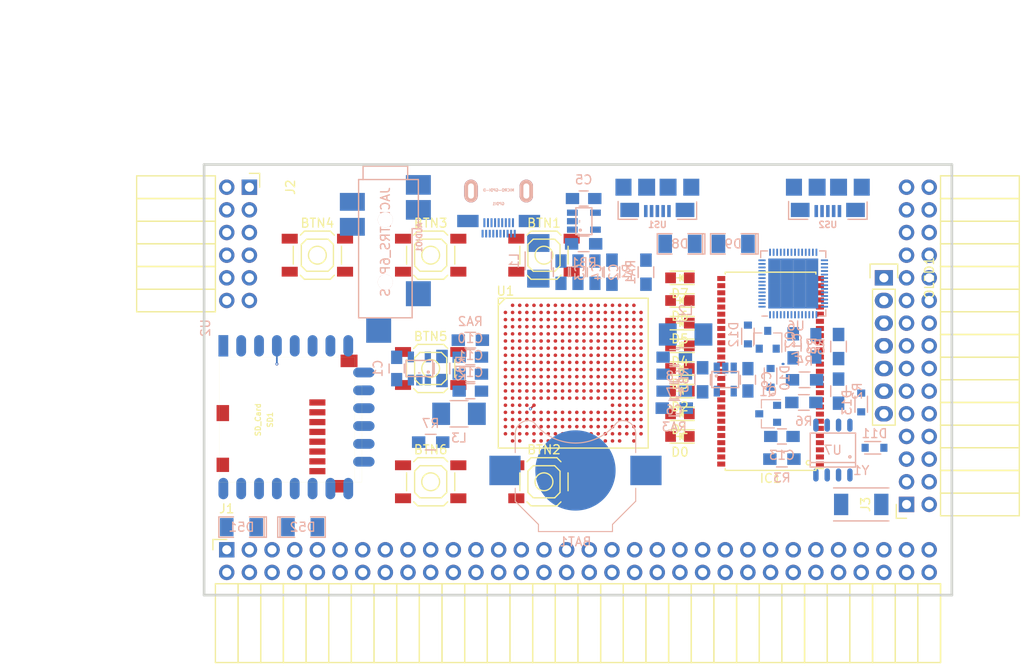
<source format=kicad_pcb>
(kicad_pcb (version 4) (host pcbnew 4.0.5+dfsg1-4)
  (layers (0 F.Cu signal) (1 In1.Cu signal) (2 In2.Cu signal) (31 B.Cu signal) (34 B.Paste user) (35 F.Paste user) (36 B.SilkS user) (37 F.SilkS user) (38 B.Mask user) (39 F.Mask user) (44 Edge.Cuts user))
  (net 0 "")
  (net 1 GND)
  (net 2 +5V)
  (net 3 /gpio/IN5V)
  (net 4 /gpio/OUT5V)
  (net 5 /gpio/P5)
  (net 6 /gpio/P6)
  (net 7 /gpio/P7)
  (net 8 /gpio/P8)
  (net 9 /gpio/P11)
  (net 10 /gpio/P12)
  (net 11 /gpio/P13)
  (net 12 /gpio/P14)
  (net 13 /gpio/P17)
  (net 14 /gpio/P18)
  (net 15 /gpio/P19)
  (net 16 /gpio/P20)
  (net 17 /gpio/P21)
  (net 18 /gpio/P22)
  (net 19 /gpio/P23)
  (net 20 /gpio/P24)
  (net 21 /gpio/P25)
  (net 22 /gpio/P26)
  (net 23 /gpio/P27)
  (net 24 /gpio/P28)
  (net 25 /gpio/P29)
  (net 26 /gpio/P30)
  (net 27 /gpio/P9)
  (net 28 /gpio/P10)
  (net 29 /gpio/P15)
  (net 30 /gpio/P16)
  (net 31 /gpio/P31)
  (net 32 /gpio/P32)
  (net 33 /gpio/P33)
  (net 34 /gpio/P34)
  (net 35 /gpio/P35)
  (net 36 /gpio/P36)
  (net 37 /gpio/P37)
  (net 38 /gpio/P38)
  (net 39 /gpio/P39)
  (net 40 /gpio/P40)
  (net 41 /gpio/P41)
  (net 42 /gpio/P42)
  (net 43 /gpio/P43)
  (net 44 /gpio/P44)
  (net 45 /gpio/P45)
  (net 46 /gpio/P46)
  (net 47 /gpio/P47)
  (net 48 /gpio/P48)
  (net 49 /gpio/P49)
  (net 50 /gpio/P50)
  (net 51 /gpio/P51)
  (net 52 /gpio/P52)
  (net 53 /gpio/P53)
  (net 54 /gpio/P54)
  (net 55 /gpio/P55)
  (net 56 /gpio/P56)
  (net 57 /gpio/P57)
  (net 58 /gpio/P58)
  (net 59 /gpio/P59)
  (net 60 /gpio/P60)
  (net 61 +3V3)
  (net 62 "Net-(L1-Pad1)")
  (net 63 "Net-(L2-Pad1)")
  (net 64 +1V2)
  (net 65 BTN_D)
  (net 66 BTN_F1)
  (net 67 BTN_F2)
  (net 68 BTN_L)
  (net 69 BTN_R)
  (net 70 BTN_U)
  (net 71 "Net-(BTN1-Pad1)")
  (net 72 /power/FB1)
  (net 73 +2V5)
  (net 74 "Net-(L3-Pad1)")
  (net 75 /power/PWREN)
  (net 76 /power/FB3)
  (net 77 /power/FB2)
  (net 78 /usb/USB5V)
  (net 79 "Net-(D9-Pad1)")
  (net 80 "Net-(U6-Pad57)")
  (net 81 /power/VBAT)
  (net 82 "Net-(U7-Pad1)")
  (net 83 "Net-(U7-Pad2)")
  (net 84 SD_3)
  (net 85 SD_MTMS)
  (net 86 SD_MTCK)
  (net 87 SD_MTDO)
  (net 88 SD_MTDI)
  (net 89 JTAG_TDI)
  (net 90 JTAG_TCK)
  (net 91 JTAG_TMS)
  (net 92 JTAG_TDO)
  (net 93 /power/WAKEUPn)
  (net 94 /power/WKUP)
  (net 95 /power/SHUT)
  (net 96 /power/WAKE)
  (net 97 /power/HOLD)
  (net 98 /power/WKn)
  (net 99 "Net-(Q2-Pad1)")
  (module Keystone_3000_1x12mm-CoinCell:Keystone_3000_1x12mm-CoinCell (layer B.Cu) (at 135.73 95.71)
    (fp_text reference BAT1 (at 0 8) (layer B.SilkS) (effects (justify mirror)))
    (fp_text value CR1225)
    (pad 1 smd rect (at -7.9 0) (size 3.5 3.3) (layers B.Cu B.Paste B.Mask) (net 81 /power/VBAT))
    (pad 1 smd rect (at 7.9 0) (size 3.5 3.3) (layers B.Cu B.Paste B.Mask) (net 81 /power/VBAT))
    (pad 2 smd circle (at 0 0) (size 9 9) (layers B.Cu B.Mask) (net 1 GND))
  )
  (module SMD_Packages:SMD-1206_Pol (layer B.Cu) (at 105.149 102.06)
    (fp_text reference D52 (at 0 0) (layer B.SilkS) (effects (justify mirror)))
    (fp_text value 2A)
    (pad 1 smd rect (at -1.651 0) (size 1.524 2.032) (layers B.Cu B.Paste B.Mask) (net 4 /gpio/OUT5V))
    (pad 2 smd rect (at 1.651 0) (size 1.524 2.032) (layers B.Cu B.Paste B.Mask))
  )
  (module SMD_Packages:SMD-1206_Pol (layer B.Cu) (at 98.291 102.06 180)
    (fp_text reference D51 (at 0 0 180) (layer B.SilkS) (effects (justify mirror)))
    (fp_text value 2A)
    (pad 1 smd rect (at -1.651 0 180) (size 1.524 2.032) (layers B.Cu B.Paste B.Mask) (net 2 +5V))
    (pad 2 smd rect (at 1.651 0 180) (size 1.524 2.032) (layers B.Cu B.Paste B.Mask) (net 3 /gpio/IN5V))
  )
  (module micro-sd:MicroSD_TF02D (layer F.Cu) (at 95.8 90.03 90)
    (fp_text reference SD1 (at 0 5.7 90) (layer F.SilkS) (effects (font (size 0.59944 0.59944) (thickness 0.12446))))
    (fp_text value SD_Card (at 0 4.35 90) (layer F.SilkS) (effects (font (size 0.59944 0.59944) (thickness 0.12446))))
    (pad 1 smd rect (at 1.94 11 90) (size 0.7 1.8) (layers F.Cu F.Paste F.Mask) (net 84 SD_3))
    (pad 2 smd rect (at 0.84 11 90) (size 0.7 1.8) (layers F.Cu F.Paste F.Mask) (net 85 SD_MTMS))
    (pad 3 smd rect (at -0.26 11 90) (size 0.7 1.8) (layers F.Cu F.Paste F.Mask) (net 1 GND))
    (pad 4 smd rect (at -1.36 11 90) (size 0.7 1.8) (layers F.Cu F.Paste F.Mask) (net 61 +3V3))
    (pad 5 smd rect (at -2.46 11 90) (size 0.7 1.8) (layers F.Cu F.Paste F.Mask) (net 86 SD_MTCK))
    (pad 6 smd rect (at -3.56 11 90) (size 0.7 1.8) (layers F.Cu F.Paste F.Mask) (net 1 GND))
    (pad 7 smd rect (at -4.66 11 90) (size 0.7 1.8) (layers F.Cu F.Paste F.Mask) (net 87 SD_MTDO))
    (pad 8 smd rect (at -5.76 11 90) (size 0.7 1.8) (layers F.Cu F.Paste F.Mask) (net 88 SD_MTDI))
    (pad S smd rect (at -5.05 0.4 90) (size 1.6 1.4) (layers F.Cu F.Paste F.Mask))
    (pad S smd rect (at 0.75 0.4 90) (size 1.8 1.4) (layers F.Cu F.Paste F.Mask))
    (pad G smd rect (at -7.45 13.55 90) (size 1.4 1.9) (layers F.Cu F.Paste F.Mask))
    (pad G smd rect (at 6.6 14.55 90) (size 1.4 1.9) (layers F.Cu F.Paste F.Mask))
  )
  (module micro-hdmi-d:MICRO-HDMI-D (layer B.Cu) (at 127.12 62.69)
    (fp_text reference GPDI1 (at -0.025 3.125) (layer B.SilkS) (effects (font (size 0.3 0.3) (thickness 0.075)) (justify mirror)))
    (fp_text value MICRO-GPDI-D (at 0 1.6) (layer B.SilkS) (effects (font (size 0.3 0.3) (thickness 0.075)) (justify mirror)))
    (pad 1 smd rect (at 1.8 6.475) (size 0.23 0.85) (layers B.Cu B.Paste B.Mask))
    (pad 3 smd rect (at 1.4 6.475) (size 0.23 0.85) (layers B.Cu B.Paste B.Mask))
    (pad 5 smd rect (at 1 6.475) (size 0.23 0.85) (layers B.Cu B.Paste B.Mask))
    (pad 7 smd rect (at 0.6 6.475) (size 0.23 0.85) (layers B.Cu B.Paste B.Mask) (net 1 GND))
    (pad 9 smd rect (at 0.2 6.475) (size 0.23 0.85) (layers B.Cu B.Paste B.Mask))
    (pad 11 smd rect (at -0.2 6.475) (size 0.23 0.85) (layers B.Cu B.Paste B.Mask))
    (pad 13 smd rect (at -0.6 6.475) (size 0.23 0.85) (layers B.Cu B.Paste B.Mask) (net 1 GND))
    (pad 15 smd rect (at -1 6.475) (size 0.23 0.85) (layers B.Cu B.Paste B.Mask))
    (pad 17 smd rect (at -1.4 6.475) (size 0.23 0.85) (layers B.Cu B.Paste B.Mask))
    (pad 19 smd rect (at -1.8 6.475) (size 0.23 0.85) (layers B.Cu B.Paste B.Mask) (net 2 +5V))
    (pad 2 smd rect (at 1.6 5.25) (size 0.23 1) (layers B.Cu B.Paste B.Mask))
    (pad 4 smd rect (at 1.2 5.25) (size 0.23 1) (layers B.Cu B.Paste B.Mask) (net 1 GND))
    (pad 6 smd rect (at 0.8 5.25) (size 0.23 1) (layers B.Cu B.Paste B.Mask))
    (pad 8 smd rect (at 0.4 5.25) (size 0.23 1) (layers B.Cu B.Paste B.Mask))
    (pad 10 smd rect (at 0 5.25) (size 0.23 1) (layers B.Cu B.Paste B.Mask) (net 1 GND))
    (pad 12 smd rect (at -0.4 5.25) (size 0.23 1) (layers B.Cu B.Paste B.Mask))
    (pad 14 smd rect (at -0.8 5.25) (size 0.23 1) (layers B.Cu B.Paste B.Mask))
    (pad 16 smd rect (at -1.2 5.25) (size 0.23 1) (layers B.Cu B.Paste B.Mask) (net 1 GND))
    (pad 18 smd rect (at -1.6 5.25) (size 0.23 1) (layers B.Cu B.Paste B.Mask))
    (pad SHD smd rect (at 3.45 5.06) (size 2.4 1.38) (layers B.Cu B.Paste B.Mask) (net 1 GND))
    (pad SHD smd rect (at -3.45 5.06) (size 2.4 1.38) (layers B.Cu B.Paste B.Mask) (net 1 GND))
    (pad "" thru_hole oval (at -3.1 1.7) (size 1.5 2.55) (drill oval 0.65 1.7) (layers *.Cu *.Mask B.SilkS))
    (pad "" thru_hole oval (at 3.1 1.7) (size 1.5 2.55) (drill oval 0.65 1.7) (layers *.Cu *.Mask B.SilkS))
  )
  (module Socket_Strips:Socket_Strip_Angled_2x32 (layer F.Cu) (at 96.64 104.6)
    (fp_text reference J1 (at 0 -4.6) (layer F.SilkS))
    (fp_text value CONN_02X32)
    (pad 1 thru_hole rect (at 0 0) (size 1.7272 1.7272) (drill 1.016) (layers *.Cu *.Mask) (net 3 /gpio/IN5V))
    (pad 2 thru_hole oval (at 0 2.54) (size 1.7272 1.7272) (drill 1.016) (layers *.Cu *.Mask) (net 4 /gpio/OUT5V))
    (pad 3 thru_hole oval (at 2.54 0) (size 1.7272 1.7272) (drill 1.016) (layers *.Cu *.Mask) (net 1 GND))
    (pad 4 thru_hole oval (at 2.54 2.54) (size 1.7272 1.7272) (drill 1.016) (layers *.Cu *.Mask) (net 1 GND))
    (pad 5 thru_hole oval (at 5.08 0) (size 1.7272 1.7272) (drill 1.016) (layers *.Cu *.Mask) (net 5 /gpio/P5))
    (pad 6 thru_hole oval (at 5.08 2.54) (size 1.7272 1.7272) (drill 1.016) (layers *.Cu *.Mask) (net 6 /gpio/P6))
    (pad 7 thru_hole oval (at 7.62 0) (size 1.7272 1.7272) (drill 1.016) (layers *.Cu *.Mask) (net 7 /gpio/P7))
    (pad 8 thru_hole oval (at 7.62 2.54) (size 1.7272 1.7272) (drill 1.016) (layers *.Cu *.Mask) (net 8 /gpio/P8))
    (pad 9 thru_hole oval (at 10.16 0) (size 1.7272 1.7272) (drill 1.016) (layers *.Cu *.Mask) (net 27 /gpio/P9))
    (pad 10 thru_hole oval (at 10.16 2.54) (size 1.7272 1.7272) (drill 1.016) (layers *.Cu *.Mask) (net 28 /gpio/P10))
    (pad 11 thru_hole oval (at 12.7 0) (size 1.7272 1.7272) (drill 1.016) (layers *.Cu *.Mask) (net 9 /gpio/P11))
    (pad 12 thru_hole oval (at 12.7 2.54) (size 1.7272 1.7272) (drill 1.016) (layers *.Cu *.Mask) (net 10 /gpio/P12))
    (pad 13 thru_hole oval (at 15.24 0) (size 1.7272 1.7272) (drill 1.016) (layers *.Cu *.Mask) (net 11 /gpio/P13))
    (pad 14 thru_hole oval (at 15.24 2.54) (size 1.7272 1.7272) (drill 1.016) (layers *.Cu *.Mask) (net 12 /gpio/P14))
    (pad 15 thru_hole oval (at 17.78 0) (size 1.7272 1.7272) (drill 1.016) (layers *.Cu *.Mask) (net 29 /gpio/P15))
    (pad 16 thru_hole oval (at 17.78 2.54) (size 1.7272 1.7272) (drill 1.016) (layers *.Cu *.Mask) (net 30 /gpio/P16))
    (pad 17 thru_hole oval (at 20.32 0) (size 1.7272 1.7272) (drill 1.016) (layers *.Cu *.Mask) (net 13 /gpio/P17))
    (pad 18 thru_hole oval (at 20.32 2.54) (size 1.7272 1.7272) (drill 1.016) (layers *.Cu *.Mask) (net 14 /gpio/P18))
    (pad 19 thru_hole oval (at 22.86 0) (size 1.7272 1.7272) (drill 1.016) (layers *.Cu *.Mask) (net 15 /gpio/P19))
    (pad 20 thru_hole oval (at 22.86 2.54) (size 1.7272 1.7272) (drill 1.016) (layers *.Cu *.Mask) (net 16 /gpio/P20))
    (pad 21 thru_hole oval (at 25.4 0) (size 1.7272 1.7272) (drill 1.016) (layers *.Cu *.Mask) (net 17 /gpio/P21))
    (pad 22 thru_hole oval (at 25.4 2.54) (size 1.7272 1.7272) (drill 1.016) (layers *.Cu *.Mask) (net 18 /gpio/P22))
    (pad 23 thru_hole oval (at 27.94 0) (size 1.7272 1.7272) (drill 1.016) (layers *.Cu *.Mask) (net 19 /gpio/P23))
    (pad 24 thru_hole oval (at 27.94 2.54) (size 1.7272 1.7272) (drill 1.016) (layers *.Cu *.Mask) (net 20 /gpio/P24))
    (pad 25 thru_hole oval (at 30.48 0) (size 1.7272 1.7272) (drill 1.016) (layers *.Cu *.Mask) (net 21 /gpio/P25))
    (pad 26 thru_hole oval (at 30.48 2.54) (size 1.7272 1.7272) (drill 1.016) (layers *.Cu *.Mask) (net 22 /gpio/P26))
    (pad 27 thru_hole oval (at 33.02 0) (size 1.7272 1.7272) (drill 1.016) (layers *.Cu *.Mask) (net 23 /gpio/P27))
    (pad 28 thru_hole oval (at 33.02 2.54) (size 1.7272 1.7272) (drill 1.016) (layers *.Cu *.Mask) (net 24 /gpio/P28))
    (pad 29 thru_hole oval (at 35.56 0) (size 1.7272 1.7272) (drill 1.016) (layers *.Cu *.Mask) (net 25 /gpio/P29))
    (pad 30 thru_hole oval (at 35.56 2.54) (size 1.7272 1.7272) (drill 1.016) (layers *.Cu *.Mask) (net 26 /gpio/P30))
    (pad 31 thru_hole oval (at 38.1 0) (size 1.7272 1.7272) (drill 1.016) (layers *.Cu *.Mask) (net 31 /gpio/P31))
    (pad 32 thru_hole oval (at 38.1 2.54) (size 1.7272 1.7272) (drill 1.016) (layers *.Cu *.Mask) (net 32 /gpio/P32))
    (pad 33 thru_hole oval (at 40.64 0) (size 1.7272 1.7272) (drill 1.016) (layers *.Cu *.Mask) (net 33 /gpio/P33))
    (pad 34 thru_hole oval (at 40.64 2.54) (size 1.7272 1.7272) (drill 1.016) (layers *.Cu *.Mask) (net 34 /gpio/P34))
    (pad 35 thru_hole oval (at 43.18 0) (size 1.7272 1.7272) (drill 1.016) (layers *.Cu *.Mask) (net 35 /gpio/P35))
    (pad 36 thru_hole oval (at 43.18 2.54) (size 1.7272 1.7272) (drill 1.016) (layers *.Cu *.Mask) (net 36 /gpio/P36))
    (pad 37 thru_hole oval (at 45.72 0) (size 1.7272 1.7272) (drill 1.016) (layers *.Cu *.Mask) (net 37 /gpio/P37))
    (pad 38 thru_hole oval (at 45.72 2.54) (size 1.7272 1.7272) (drill 1.016) (layers *.Cu *.Mask) (net 38 /gpio/P38))
    (pad 39 thru_hole oval (at 48.26 0) (size 1.7272 1.7272) (drill 1.016) (layers *.Cu *.Mask) (net 39 /gpio/P39))
    (pad 40 thru_hole oval (at 48.26 2.54) (size 1.7272 1.7272) (drill 1.016) (layers *.Cu *.Mask) (net 40 /gpio/P40))
    (pad 41 thru_hole oval (at 50.8 0) (size 1.7272 1.7272) (drill 1.016) (layers *.Cu *.Mask) (net 41 /gpio/P41))
    (pad 42 thru_hole oval (at 50.8 2.54) (size 1.7272 1.7272) (drill 1.016) (layers *.Cu *.Mask) (net 42 /gpio/P42))
    (pad 43 thru_hole oval (at 53.34 0) (size 1.7272 1.7272) (drill 1.016) (layers *.Cu *.Mask) (net 43 /gpio/P43))
    (pad 44 thru_hole oval (at 53.34 2.54) (size 1.7272 1.7272) (drill 1.016) (layers *.Cu *.Mask) (net 44 /gpio/P44))
    (pad 45 thru_hole oval (at 55.88 0) (size 1.7272 1.7272) (drill 1.016) (layers *.Cu *.Mask) (net 45 /gpio/P45))
    (pad 46 thru_hole oval (at 55.88 2.54) (size 1.7272 1.7272) (drill 1.016) (layers *.Cu *.Mask) (net 46 /gpio/P46))
    (pad 47 thru_hole oval (at 58.42 0) (size 1.7272 1.7272) (drill 1.016) (layers *.Cu *.Mask) (net 47 /gpio/P47))
    (pad 48 thru_hole oval (at 58.42 2.54) (size 1.7272 1.7272) (drill 1.016) (layers *.Cu *.Mask) (net 48 /gpio/P48))
    (pad 49 thru_hole oval (at 60.96 0) (size 1.7272 1.7272) (drill 1.016) (layers *.Cu *.Mask) (net 49 /gpio/P49))
    (pad 50 thru_hole oval (at 60.96 2.54) (size 1.7272 1.7272) (drill 1.016) (layers *.Cu *.Mask) (net 50 /gpio/P50))
    (pad 51 thru_hole oval (at 63.5 0) (size 1.7272 1.7272) (drill 1.016) (layers *.Cu *.Mask) (net 51 /gpio/P51))
    (pad 52 thru_hole oval (at 63.5 2.54) (size 1.7272 1.7272) (drill 1.016) (layers *.Cu *.Mask) (net 52 /gpio/P52))
    (pad 53 thru_hole oval (at 66.04 0) (size 1.7272 1.7272) (drill 1.016) (layers *.Cu *.Mask) (net 53 /gpio/P53))
    (pad 54 thru_hole oval (at 66.04 2.54) (size 1.7272 1.7272) (drill 1.016) (layers *.Cu *.Mask) (net 54 /gpio/P54))
    (pad 55 thru_hole oval (at 68.58 0) (size 1.7272 1.7272) (drill 1.016) (layers *.Cu *.Mask) (net 55 /gpio/P55))
    (pad 56 thru_hole oval (at 68.58 2.54) (size 1.7272 1.7272) (drill 1.016) (layers *.Cu *.Mask) (net 56 /gpio/P56))
    (pad 57 thru_hole oval (at 71.12 0) (size 1.7272 1.7272) (drill 1.016) (layers *.Cu *.Mask) (net 57 /gpio/P57))
    (pad 58 thru_hole oval (at 71.12 2.54) (size 1.7272 1.7272) (drill 1.016) (layers *.Cu *.Mask) (net 58 /gpio/P58))
    (pad 59 thru_hole oval (at 73.66 0) (size 1.7272 1.7272) (drill 1.016) (layers *.Cu *.Mask) (net 59 /gpio/P59))
    (pad 60 thru_hole oval (at 73.66 2.54) (size 1.7272 1.7272) (drill 1.016) (layers *.Cu *.Mask) (net 60 /gpio/P60))
    (pad 61 thru_hole oval (at 76.2 0) (size 1.7272 1.7272) (drill 1.016) (layers *.Cu *.Mask) (net 1 GND))
    (pad 62 thru_hole oval (at 76.2 2.54) (size 1.7272 1.7272) (drill 1.016) (layers *.Cu *.Mask) (net 1 GND))
    (pad 63 thru_hole oval (at 78.74 0) (size 1.7272 1.7272) (drill 1.016) (layers *.Cu *.Mask) (net 61 +3V3))
    (pad 64 thru_hole oval (at 78.74 2.54) (size 1.7272 1.7272) (drill 1.016) (layers *.Cu *.Mask) (net 61 +3V3))
  )
  (module Socket_Strips:Socket_Strip_Angled_2x15 (layer F.Cu) (at 172.84 99.52 90)
    (fp_text reference J3 (at 0 -4.6 90) (layer F.SilkS))
    (fp_text value CONN_02X15)
    (pad 1 thru_hole rect (at 0 0 90) (size 1.7272 1.7272) (drill 1.016) (layers *.Cu *.Mask) (net 61 +3V3))
    (pad 2 thru_hole oval (at 0 2.54 90) (size 1.7272 1.7272) (drill 1.016) (layers *.Cu *.Mask) (net 61 +3V3))
    (pad 3 thru_hole oval (at 2.54 0 90) (size 1.7272 1.7272) (drill 1.016) (layers *.Cu *.Mask) (net 1 GND))
    (pad 4 thru_hole oval (at 2.54 2.54 90) (size 1.7272 1.7272) (drill 1.016) (layers *.Cu *.Mask) (net 1 GND))
    (pad 5 thru_hole oval (at 5.08 0 90) (size 1.7272 1.7272) (drill 1.016) (layers *.Cu *.Mask))
    (pad 6 thru_hole oval (at 5.08 2.54 90) (size 1.7272 1.7272) (drill 1.016) (layers *.Cu *.Mask))
    (pad 7 thru_hole oval (at 7.62 0 90) (size 1.7272 1.7272) (drill 1.016) (layers *.Cu *.Mask))
    (pad 8 thru_hole oval (at 7.62 2.54 90) (size 1.7272 1.7272) (drill 1.016) (layers *.Cu *.Mask))
    (pad 9 thru_hole oval (at 10.16 0 90) (size 1.7272 1.7272) (drill 1.016) (layers *.Cu *.Mask))
    (pad 10 thru_hole oval (at 10.16 2.54 90) (size 1.7272 1.7272) (drill 1.016) (layers *.Cu *.Mask))
    (pad 11 thru_hole oval (at 12.7 0 90) (size 1.7272 1.7272) (drill 1.016) (layers *.Cu *.Mask))
    (pad 12 thru_hole oval (at 12.7 2.54 90) (size 1.7272 1.7272) (drill 1.016) (layers *.Cu *.Mask))
    (pad 13 thru_hole oval (at 15.24 0 90) (size 1.7272 1.7272) (drill 1.016) (layers *.Cu *.Mask))
    (pad 14 thru_hole oval (at 15.24 2.54 90) (size 1.7272 1.7272) (drill 1.016) (layers *.Cu *.Mask))
    (pad 15 thru_hole oval (at 17.78 0 90) (size 1.7272 1.7272) (drill 1.016) (layers *.Cu *.Mask))
    (pad 16 thru_hole oval (at 17.78 2.54 90) (size 1.7272 1.7272) (drill 1.016) (layers *.Cu *.Mask))
    (pad 17 thru_hole oval (at 20.32 0 90) (size 1.7272 1.7272) (drill 1.016) (layers *.Cu *.Mask))
    (pad 18 thru_hole oval (at 20.32 2.54 90) (size 1.7272 1.7272) (drill 1.016) (layers *.Cu *.Mask))
    (pad 19 thru_hole oval (at 22.86 0 90) (size 1.7272 1.7272) (drill 1.016) (layers *.Cu *.Mask) (net 61 +3V3))
    (pad 20 thru_hole oval (at 22.86 2.54 90) (size 1.7272 1.7272) (drill 1.016) (layers *.Cu *.Mask) (net 61 +3V3))
    (pad 21 thru_hole oval (at 25.4 0 90) (size 1.7272 1.7272) (drill 1.016) (layers *.Cu *.Mask) (net 1 GND))
    (pad 22 thru_hole oval (at 25.4 2.54 90) (size 1.7272 1.7272) (drill 1.016) (layers *.Cu *.Mask) (net 1 GND))
    (pad 23 thru_hole oval (at 27.94 0 90) (size 1.7272 1.7272) (drill 1.016) (layers *.Cu *.Mask))
    (pad 24 thru_hole oval (at 27.94 2.54 90) (size 1.7272 1.7272) (drill 1.016) (layers *.Cu *.Mask))
    (pad 25 thru_hole oval (at 30.48 0 90) (size 1.7272 1.7272) (drill 1.016) (layers *.Cu *.Mask))
    (pad 26 thru_hole oval (at 30.48 2.54 90) (size 1.7272 1.7272) (drill 1.016) (layers *.Cu *.Mask))
    (pad 27 thru_hole oval (at 33.02 0 90) (size 1.7272 1.7272) (drill 1.016) (layers *.Cu *.Mask))
    (pad 28 thru_hole oval (at 33.02 2.54 90) (size 1.7272 1.7272) (drill 1.016) (layers *.Cu *.Mask))
    (pad 29 thru_hole oval (at 35.56 0 90) (size 1.7272 1.7272) (drill 1.016) (layers *.Cu *.Mask))
    (pad 30 thru_hole oval (at 35.56 2.54 90) (size 1.7272 1.7272) (drill 1.016) (layers *.Cu *.Mask))
  )
  (module Socket_Strips:Socket_Strip_Angled_2x06 (layer F.Cu) (at 99.18 63.96 270)
    (fp_text reference J2 (at 0 -4.6 270) (layer F.SilkS))
    (fp_text value CONN_02X06)
    (pad 1 thru_hole rect (at 0 0 270) (size 1.7272 1.7272) (drill 1.016) (layers *.Cu *.Mask) (net 61 +3V3))
    (pad 2 thru_hole oval (at 0 2.54 270) (size 1.7272 1.7272) (drill 1.016) (layers *.Cu *.Mask) (net 61 +3V3))
    (pad 3 thru_hole oval (at 2.54 0 270) (size 1.7272 1.7272) (drill 1.016) (layers *.Cu *.Mask) (net 1 GND))
    (pad 4 thru_hole oval (at 2.54 2.54 270) (size 1.7272 1.7272) (drill 1.016) (layers *.Cu *.Mask) (net 1 GND))
    (pad 5 thru_hole oval (at 5.08 0 270) (size 1.7272 1.7272) (drill 1.016) (layers *.Cu *.Mask))
    (pad 6 thru_hole oval (at 5.08 2.54 270) (size 1.7272 1.7272) (drill 1.016) (layers *.Cu *.Mask))
    (pad 7 thru_hole oval (at 7.62 0 270) (size 1.7272 1.7272) (drill 1.016) (layers *.Cu *.Mask))
    (pad 8 thru_hole oval (at 7.62 2.54 270) (size 1.7272 1.7272) (drill 1.016) (layers *.Cu *.Mask))
    (pad 9 thru_hole oval (at 10.16 0 270) (size 1.7272 1.7272) (drill 1.016) (layers *.Cu *.Mask))
    (pad 10 thru_hole oval (at 10.16 2.54 270) (size 1.7272 1.7272) (drill 1.016) (layers *.Cu *.Mask))
    (pad 11 thru_hole oval (at 12.7 0 270) (size 1.7272 1.7272) (drill 1.016) (layers *.Cu *.Mask))
    (pad 12 thru_hole oval (at 12.7 2.54 270) (size 1.7272 1.7272) (drill 1.016) (layers *.Cu *.Mask))
  )
  (module lfe5bg381:BGA-381_pitch0.8mm_dia0.4mm (layer F.Cu) (at 135.48 84.8)
    (fp_text reference U1 (at -7.6 -9.2) (layer F.SilkS))
    (fp_text value LFE5U-25F-6BG381C)
    (pad A2 smd circle (at -6.8 -7.6) (size 0.4 0.4) (layers F.Cu F.Paste F.Mask))
    (pad A3 smd circle (at -6 -7.6) (size 0.4 0.4) (layers F.Cu F.Paste F.Mask))
    (pad A4 smd circle (at -5.2 -7.6) (size 0.4 0.4) (layers F.Cu F.Paste F.Mask))
    (pad A5 smd circle (at -4.4 -7.6) (size 0.4 0.4) (layers F.Cu F.Paste F.Mask))
    (pad A6 smd circle (at -3.6 -7.6) (size 0.4 0.4) (layers F.Cu F.Paste F.Mask) (net 24 /gpio/P28))
    (pad A7 smd circle (at -2.8 -7.6) (size 0.4 0.4) (layers F.Cu F.Paste F.Mask) (net 30 /gpio/P16))
    (pad A8 smd circle (at -2 -7.6) (size 0.4 0.4) (layers F.Cu F.Paste F.Mask) (net 29 /gpio/P15))
    (pad A9 smd circle (at -1.2 -7.6) (size 0.4 0.4) (layers F.Cu F.Paste F.Mask) (net 28 /gpio/P10))
    (pad A10 smd circle (at -0.4 -7.6) (size 0.4 0.4) (layers F.Cu F.Paste F.Mask) (net 7 /gpio/P7))
    (pad A11 smd circle (at 0.4 -7.6) (size 0.4 0.4) (layers F.Cu F.Paste F.Mask) (net 8 /gpio/P8))
    (pad A12 smd circle (at 1.2 -7.6) (size 0.4 0.4) (layers F.Cu F.Paste F.Mask) (net 54 /gpio/P54))
    (pad A13 smd circle (at 2 -7.6) (size 0.4 0.4) (layers F.Cu F.Paste F.Mask) (net 53 /gpio/P53))
    (pad A14 smd circle (at 2.8 -7.6) (size 0.4 0.4) (layers F.Cu F.Paste F.Mask) (net 48 /gpio/P48))
    (pad A15 smd circle (at 3.6 -7.6) (size 0.4 0.4) (layers F.Cu F.Paste F.Mask))
    (pad A16 smd circle (at 4.4 -7.6) (size 0.4 0.4) (layers F.Cu F.Paste F.Mask) (net 40 /gpio/P40))
    (pad A17 smd circle (at 5.2 -7.6) (size 0.4 0.4) (layers F.Cu F.Paste F.Mask) (net 34 /gpio/P34))
    (pad A18 smd circle (at 6 -7.6) (size 0.4 0.4) (layers F.Cu F.Paste F.Mask) (net 32 /gpio/P32))
    (pad A19 smd circle (at 6.8 -7.6) (size 0.4 0.4) (layers F.Cu F.Paste F.Mask) (net 26 /gpio/P30))
    (pad B1 smd circle (at -7.6 -6.8) (size 0.4 0.4) (layers F.Cu F.Paste F.Mask))
    (pad B2 smd circle (at -6.8 -6.8) (size 0.4 0.4) (layers F.Cu F.Paste F.Mask))
    (pad B3 smd circle (at -6 -6.8) (size 0.4 0.4) (layers F.Cu F.Paste F.Mask))
    (pad B4 smd circle (at -5.2 -6.8) (size 0.4 0.4) (layers F.Cu F.Paste F.Mask))
    (pad B5 smd circle (at -4.4 -6.8) (size 0.4 0.4) (layers F.Cu F.Paste F.Mask))
    (pad B6 smd circle (at -3.6 -6.8) (size 0.4 0.4) (layers F.Cu F.Paste F.Mask) (net 23 /gpio/P27))
    (pad B7 smd circle (at -2.8 -6.8) (size 0.4 0.4) (layers F.Cu F.Paste F.Mask) (net 1 GND))
    (pad B8 smd circle (at -2 -6.8) (size 0.4 0.4) (layers F.Cu F.Paste F.Mask) (net 13 /gpio/P17))
    (pad B9 smd circle (at -1.2 -6.8) (size 0.4 0.4) (layers F.Cu F.Paste F.Mask) (net 10 /gpio/P12))
    (pad B10 smd circle (at -0.4 -6.8) (size 0.4 0.4) (layers F.Cu F.Paste F.Mask) (net 27 /gpio/P9))
    (pad B11 smd circle (at 0.4 -6.8) (size 0.4 0.4) (layers F.Cu F.Paste F.Mask) (net 5 /gpio/P5))
    (pad B12 smd circle (at 1.2 -6.8) (size 0.4 0.4) (layers F.Cu F.Paste F.Mask) (net 58 /gpio/P58))
    (pad B13 smd circle (at 2 -6.8) (size 0.4 0.4) (layers F.Cu F.Paste F.Mask) (net 52 /gpio/P52))
    (pad B14 smd circle (at 2.8 -6.8) (size 0.4 0.4) (layers F.Cu F.Paste F.Mask) (net 1 GND))
    (pad B15 smd circle (at 3.6 -6.8) (size 0.4 0.4) (layers F.Cu F.Paste F.Mask) (net 44 /gpio/P44))
    (pad B16 smd circle (at 4.4 -6.8) (size 0.4 0.4) (layers F.Cu F.Paste F.Mask) (net 39 /gpio/P39))
    (pad B17 smd circle (at 5.2 -6.8) (size 0.4 0.4) (layers F.Cu F.Paste F.Mask) (net 36 /gpio/P36))
    (pad B18 smd circle (at 6 -6.8) (size 0.4 0.4) (layers F.Cu F.Paste F.Mask) (net 33 /gpio/P33))
    (pad B19 smd circle (at 6.8 -6.8) (size 0.4 0.4) (layers F.Cu F.Paste F.Mask) (net 31 /gpio/P31))
    (pad B20 smd circle (at 7.6 -6.8) (size 0.4 0.4) (layers F.Cu F.Paste F.Mask) (net 25 /gpio/P29))
    (pad C1 smd circle (at -7.6 -6) (size 0.4 0.4) (layers F.Cu F.Paste F.Mask))
    (pad C2 smd circle (at -6.8 -6) (size 0.4 0.4) (layers F.Cu F.Paste F.Mask))
    (pad C3 smd circle (at -6 -6) (size 0.4 0.4) (layers F.Cu F.Paste F.Mask))
    (pad C4 smd circle (at -5.2 -6) (size 0.4 0.4) (layers F.Cu F.Paste F.Mask))
    (pad C5 smd circle (at -4.4 -6) (size 0.4 0.4) (layers F.Cu F.Paste F.Mask))
    (pad C6 smd circle (at -3.6 -6) (size 0.4 0.4) (layers F.Cu F.Paste F.Mask) (net 18 /gpio/P22))
    (pad C7 smd circle (at -2.8 -6) (size 0.4 0.4) (layers F.Cu F.Paste F.Mask) (net 17 /gpio/P21))
    (pad C8 smd circle (at -2 -6) (size 0.4 0.4) (layers F.Cu F.Paste F.Mask) (net 14 /gpio/P18))
    (pad C9 smd circle (at -1.2 -6) (size 0.4 0.4) (layers F.Cu F.Paste F.Mask))
    (pad C10 smd circle (at -0.4 -6) (size 0.4 0.4) (layers F.Cu F.Paste F.Mask) (net 9 /gpio/P11))
    (pad C11 smd circle (at 0.4 -6) (size 0.4 0.4) (layers F.Cu F.Paste F.Mask) (net 6 /gpio/P6))
    (pad C12 smd circle (at 1.2 -6) (size 0.4 0.4) (layers F.Cu F.Paste F.Mask) (net 57 /gpio/P57))
    (pad C13 smd circle (at 2 -6) (size 0.4 0.4) (layers F.Cu F.Paste F.Mask) (net 51 /gpio/P51))
    (pad C14 smd circle (at 2.8 -6) (size 0.4 0.4) (layers F.Cu F.Paste F.Mask) (net 47 /gpio/P47))
    (pad C15 smd circle (at 3.6 -6) (size 0.4 0.4) (layers F.Cu F.Paste F.Mask) (net 43 /gpio/P43))
    (pad C16 smd circle (at 4.4 -6) (size 0.4 0.4) (layers F.Cu F.Paste F.Mask) (net 38 /gpio/P38))
    (pad C17 smd circle (at 5.2 -6) (size 0.4 0.4) (layers F.Cu F.Paste F.Mask) (net 35 /gpio/P35))
    (pad C18 smd circle (at 6 -6) (size 0.4 0.4) (layers F.Cu F.Paste F.Mask))
    (pad C19 smd circle (at 6.8 -6) (size 0.4 0.4) (layers F.Cu F.Paste F.Mask) (net 1 GND))
    (pad C20 smd circle (at 7.6 -6) (size 0.4 0.4) (layers F.Cu F.Paste F.Mask))
    (pad D1 smd circle (at -7.6 -5.2) (size 0.4 0.4) (layers F.Cu F.Paste F.Mask))
    (pad D2 smd circle (at -6.8 -5.2) (size 0.4 0.4) (layers F.Cu F.Paste F.Mask))
    (pad D3 smd circle (at -6 -5.2) (size 0.4 0.4) (layers F.Cu F.Paste F.Mask))
    (pad D4 smd circle (at -5.2 -5.2) (size 0.4 0.4) (layers F.Cu F.Paste F.Mask) (net 1 GND))
    (pad D5 smd circle (at -4.4 -5.2) (size 0.4 0.4) (layers F.Cu F.Paste F.Mask))
    (pad D6 smd circle (at -3.6 -5.2) (size 0.4 0.4) (layers F.Cu F.Paste F.Mask) (net 21 /gpio/P25))
    (pad D7 smd circle (at -2.8 -5.2) (size 0.4 0.4) (layers F.Cu F.Paste F.Mask) (net 19 /gpio/P23))
    (pad D8 smd circle (at -2 -5.2) (size 0.4 0.4) (layers F.Cu F.Paste F.Mask) (net 15 /gpio/P19))
    (pad D9 smd circle (at -1.2 -5.2) (size 0.4 0.4) (layers F.Cu F.Paste F.Mask) (net 12 /gpio/P14))
    (pad D10 smd circle (at -0.4 -5.2) (size 0.4 0.4) (layers F.Cu F.Paste F.Mask))
    (pad D11 smd circle (at 0.4 -5.2) (size 0.4 0.4) (layers F.Cu F.Paste F.Mask) (net 60 /gpio/P60))
    (pad D12 smd circle (at 1.2 -5.2) (size 0.4 0.4) (layers F.Cu F.Paste F.Mask) (net 56 /gpio/P56))
    (pad D13 smd circle (at 2 -5.2) (size 0.4 0.4) (layers F.Cu F.Paste F.Mask) (net 50 /gpio/P50))
    (pad D14 smd circle (at 2.8 -5.2) (size 0.4 0.4) (layers F.Cu F.Paste F.Mask) (net 46 /gpio/P46))
    (pad D15 smd circle (at 3.6 -5.2) (size 0.4 0.4) (layers F.Cu F.Paste F.Mask) (net 42 /gpio/P42))
    (pad D16 smd circle (at 4.4 -5.2) (size 0.4 0.4) (layers F.Cu F.Paste F.Mask) (net 37 /gpio/P37))
    (pad D17 smd circle (at 5.2 -5.2) (size 0.4 0.4) (layers F.Cu F.Paste F.Mask))
    (pad D18 smd circle (at 6 -5.2) (size 0.4 0.4) (layers F.Cu F.Paste F.Mask))
    (pad D19 smd circle (at 6.8 -5.2) (size 0.4 0.4) (layers F.Cu F.Paste F.Mask))
    (pad D20 smd circle (at 7.6 -5.2) (size 0.4 0.4) (layers F.Cu F.Paste F.Mask))
    (pad E1 smd circle (at -7.6 -4.4) (size 0.4 0.4) (layers F.Cu F.Paste F.Mask))
    (pad E2 smd circle (at -6.8 -4.4) (size 0.4 0.4) (layers F.Cu F.Paste F.Mask))
    (pad E3 smd circle (at -6 -4.4) (size 0.4 0.4) (layers F.Cu F.Paste F.Mask))
    (pad E4 smd circle (at -5.2 -4.4) (size 0.4 0.4) (layers F.Cu F.Paste F.Mask))
    (pad E5 smd circle (at -4.4 -4.4) (size 0.4 0.4) (layers F.Cu F.Paste F.Mask))
    (pad E6 smd circle (at -3.6 -4.4) (size 0.4 0.4) (layers F.Cu F.Paste F.Mask) (net 22 /gpio/P26))
    (pad E7 smd circle (at -2.8 -4.4) (size 0.4 0.4) (layers F.Cu F.Paste F.Mask) (net 20 /gpio/P24))
    (pad E8 smd circle (at -2 -4.4) (size 0.4 0.4) (layers F.Cu F.Paste F.Mask) (net 16 /gpio/P20))
    (pad E9 smd circle (at -1.2 -4.4) (size 0.4 0.4) (layers F.Cu F.Paste F.Mask) (net 11 /gpio/P13))
    (pad E10 smd circle (at -0.4 -4.4) (size 0.4 0.4) (layers F.Cu F.Paste F.Mask))
    (pad E11 smd circle (at 0.4 -4.4) (size 0.4 0.4) (layers F.Cu F.Paste F.Mask) (net 59 /gpio/P59))
    (pad E12 smd circle (at 1.2 -4.4) (size 0.4 0.4) (layers F.Cu F.Paste F.Mask) (net 55 /gpio/P55))
    (pad E13 smd circle (at 2 -4.4) (size 0.4 0.4) (layers F.Cu F.Paste F.Mask) (net 49 /gpio/P49))
    (pad E14 smd circle (at 2.8 -4.4) (size 0.4 0.4) (layers F.Cu F.Paste F.Mask) (net 45 /gpio/P45))
    (pad E15 smd circle (at 3.6 -4.4) (size 0.4 0.4) (layers F.Cu F.Paste F.Mask) (net 41 /gpio/P41))
    (pad E16 smd circle (at 4.4 -4.4) (size 0.4 0.4) (layers F.Cu F.Paste F.Mask))
    (pad E17 smd circle (at 5.2 -4.4) (size 0.4 0.4) (layers F.Cu F.Paste F.Mask))
    (pad E18 smd circle (at 6 -4.4) (size 0.4 0.4) (layers F.Cu F.Paste F.Mask))
    (pad E19 smd circle (at 6.8 -4.4) (size 0.4 0.4) (layers F.Cu F.Paste F.Mask))
    (pad E20 smd circle (at 7.6 -4.4) (size 0.4 0.4) (layers F.Cu F.Paste F.Mask))
    (pad F1 smd circle (at -7.6 -3.6) (size 0.4 0.4) (layers F.Cu F.Paste F.Mask))
    (pad F2 smd circle (at -6.8 -3.6) (size 0.4 0.4) (layers F.Cu F.Paste F.Mask))
    (pad F3 smd circle (at -6 -3.6) (size 0.4 0.4) (layers F.Cu F.Paste F.Mask))
    (pad F4 smd circle (at -5.2 -3.6) (size 0.4 0.4) (layers F.Cu F.Paste F.Mask))
    (pad F5 smd circle (at -4.4 -3.6) (size 0.4 0.4) (layers F.Cu F.Paste F.Mask))
    (pad F6 smd circle (at -3.6 -3.6) (size 0.4 0.4) (layers F.Cu F.Paste F.Mask) (net 73 +2V5))
    (pad F7 smd circle (at -2.8 -3.6) (size 0.4 0.4) (layers F.Cu F.Paste F.Mask) (net 1 GND))
    (pad F8 smd circle (at -2 -3.6) (size 0.4 0.4) (layers F.Cu F.Paste F.Mask) (net 1 GND))
    (pad F9 smd circle (at -1.2 -3.6) (size 0.4 0.4) (layers F.Cu F.Paste F.Mask) (net 61 +3V3))
    (pad F10 smd circle (at -0.4 -3.6) (size 0.4 0.4) (layers F.Cu F.Paste F.Mask) (net 61 +3V3))
    (pad F11 smd circle (at 0.4 -3.6) (size 0.4 0.4) (layers F.Cu F.Paste F.Mask) (net 61 +3V3))
    (pad F12 smd circle (at 1.2 -3.6) (size 0.4 0.4) (layers F.Cu F.Paste F.Mask) (net 61 +3V3))
    (pad F13 smd circle (at 2 -3.6) (size 0.4 0.4) (layers F.Cu F.Paste F.Mask) (net 1 GND))
    (pad F14 smd circle (at 2.8 -3.6) (size 0.4 0.4) (layers F.Cu F.Paste F.Mask) (net 1 GND))
    (pad F15 smd circle (at 3.6 -3.6) (size 0.4 0.4) (layers F.Cu F.Paste F.Mask) (net 73 +2V5))
    (pad F16 smd circle (at 4.4 -3.6) (size 0.4 0.4) (layers F.Cu F.Paste F.Mask))
    (pad F17 smd circle (at 5.2 -3.6) (size 0.4 0.4) (layers F.Cu F.Paste F.Mask))
    (pad F18 smd circle (at 6 -3.6) (size 0.4 0.4) (layers F.Cu F.Paste F.Mask))
    (pad F19 smd circle (at 6.8 -3.6) (size 0.4 0.4) (layers F.Cu F.Paste F.Mask))
    (pad F20 smd circle (at 7.6 -3.6) (size 0.4 0.4) (layers F.Cu F.Paste F.Mask))
    (pad G1 smd circle (at -7.6 -2.8) (size 0.4 0.4) (layers F.Cu F.Paste F.Mask))
    (pad G2 smd circle (at -6.8 -2.8) (size 0.4 0.4) (layers F.Cu F.Paste F.Mask))
    (pad G3 smd circle (at -6 -2.8) (size 0.4 0.4) (layers F.Cu F.Paste F.Mask))
    (pad G4 smd circle (at -5.2 -2.8) (size 0.4 0.4) (layers F.Cu F.Paste F.Mask) (net 1 GND))
    (pad G5 smd circle (at -4.4 -2.8) (size 0.4 0.4) (layers F.Cu F.Paste F.Mask))
    (pad G6 smd circle (at -3.6 -2.8) (size 0.4 0.4) (layers F.Cu F.Paste F.Mask) (net 1 GND))
    (pad G7 smd circle (at -2.8 -2.8) (size 0.4 0.4) (layers F.Cu F.Paste F.Mask) (net 1 GND))
    (pad G8 smd circle (at -2 -2.8) (size 0.4 0.4) (layers F.Cu F.Paste F.Mask) (net 1 GND))
    (pad G9 smd circle (at -1.2 -2.8) (size 0.4 0.4) (layers F.Cu F.Paste F.Mask) (net 1 GND))
    (pad G10 smd circle (at -0.4 -2.8) (size 0.4 0.4) (layers F.Cu F.Paste F.Mask) (net 1 GND))
    (pad G11 smd circle (at 0.4 -2.8) (size 0.4 0.4) (layers F.Cu F.Paste F.Mask) (net 1 GND))
    (pad G12 smd circle (at 1.2 -2.8) (size 0.4 0.4) (layers F.Cu F.Paste F.Mask) (net 1 GND))
    (pad G13 smd circle (at 2 -2.8) (size 0.4 0.4) (layers F.Cu F.Paste F.Mask) (net 1 GND))
    (pad G14 smd circle (at 2.8 -2.8) (size 0.4 0.4) (layers F.Cu F.Paste F.Mask) (net 1 GND))
    (pad G15 smd circle (at 3.6 -2.8) (size 0.4 0.4) (layers F.Cu F.Paste F.Mask) (net 1 GND))
    (pad G16 smd circle (at 4.4 -2.8) (size 0.4 0.4) (layers F.Cu F.Paste F.Mask))
    (pad G17 smd circle (at 5.2 -2.8) (size 0.4 0.4) (layers F.Cu F.Paste F.Mask) (net 1 GND))
    (pad G18 smd circle (at 6 -2.8) (size 0.4 0.4) (layers F.Cu F.Paste F.Mask))
    (pad G19 smd circle (at 6.8 -2.8) (size 0.4 0.4) (layers F.Cu F.Paste F.Mask))
    (pad G20 smd circle (at 7.6 -2.8) (size 0.4 0.4) (layers F.Cu F.Paste F.Mask))
    (pad H1 smd circle (at -7.6 -2) (size 0.4 0.4) (layers F.Cu F.Paste F.Mask))
    (pad H2 smd circle (at -6.8 -2) (size 0.4 0.4) (layers F.Cu F.Paste F.Mask))
    (pad H3 smd circle (at -6 -2) (size 0.4 0.4) (layers F.Cu F.Paste F.Mask))
    (pad H4 smd circle (at -5.2 -2) (size 0.4 0.4) (layers F.Cu F.Paste F.Mask))
    (pad H5 smd circle (at -4.4 -2) (size 0.4 0.4) (layers F.Cu F.Paste F.Mask))
    (pad H6 smd circle (at -3.6 -2) (size 0.4 0.4) (layers F.Cu F.Paste F.Mask) (net 61 +3V3))
    (pad H7 smd circle (at -2.8 -2) (size 0.4 0.4) (layers F.Cu F.Paste F.Mask) (net 61 +3V3))
    (pad H8 smd circle (at -2 -2) (size 0.4 0.4) (layers F.Cu F.Paste F.Mask) (net 64 +1V2))
    (pad H9 smd circle (at -1.2 -2) (size 0.4 0.4) (layers F.Cu F.Paste F.Mask) (net 64 +1V2))
    (pad H10 smd circle (at -0.4 -2) (size 0.4 0.4) (layers F.Cu F.Paste F.Mask) (net 64 +1V2))
    (pad H11 smd circle (at 0.4 -2) (size 0.4 0.4) (layers F.Cu F.Paste F.Mask) (net 64 +1V2))
    (pad H12 smd circle (at 1.2 -2) (size 0.4 0.4) (layers F.Cu F.Paste F.Mask) (net 64 +1V2))
    (pad H13 smd circle (at 2 -2) (size 0.4 0.4) (layers F.Cu F.Paste F.Mask) (net 64 +1V2))
    (pad H14 smd circle (at 2.8 -2) (size 0.4 0.4) (layers F.Cu F.Paste F.Mask) (net 61 +3V3))
    (pad H15 smd circle (at 3.6 -2) (size 0.4 0.4) (layers F.Cu F.Paste F.Mask) (net 61 +3V3))
    (pad H16 smd circle (at 4.4 -2) (size 0.4 0.4) (layers F.Cu F.Paste F.Mask))
    (pad H17 smd circle (at 5.2 -2) (size 0.4 0.4) (layers F.Cu F.Paste F.Mask))
    (pad H18 smd circle (at 6 -2) (size 0.4 0.4) (layers F.Cu F.Paste F.Mask))
    (pad H19 smd circle (at 6.8 -2) (size 0.4 0.4) (layers F.Cu F.Paste F.Mask) (net 1 GND))
    (pad H20 smd circle (at 7.6 -2) (size 0.4 0.4) (layers F.Cu F.Paste F.Mask))
    (pad J1 smd circle (at -7.6 -1.2) (size 0.4 0.4) (layers F.Cu F.Paste F.Mask))
    (pad J2 smd circle (at -6.8 -1.2) (size 0.4 0.4) (layers F.Cu F.Paste F.Mask) (net 1 GND))
    (pad J3 smd circle (at -6 -1.2) (size 0.4 0.4) (layers F.Cu F.Paste F.Mask))
    (pad J4 smd circle (at -5.2 -1.2) (size 0.4 0.4) (layers F.Cu F.Paste F.Mask))
    (pad J5 smd circle (at -4.4 -1.2) (size 0.4 0.4) (layers F.Cu F.Paste F.Mask))
    (pad J6 smd circle (at -3.6 -1.2) (size 0.4 0.4) (layers F.Cu F.Paste F.Mask) (net 61 +3V3))
    (pad J7 smd circle (at -2.8 -1.2) (size 0.4 0.4) (layers F.Cu F.Paste F.Mask) (net 1 GND))
    (pad J8 smd circle (at -2 -1.2) (size 0.4 0.4) (layers F.Cu F.Paste F.Mask) (net 64 +1V2))
    (pad J9 smd circle (at -1.2 -1.2) (size 0.4 0.4) (layers F.Cu F.Paste F.Mask) (net 1 GND))
    (pad J10 smd circle (at -0.4 -1.2) (size 0.4 0.4) (layers F.Cu F.Paste F.Mask) (net 1 GND))
    (pad J11 smd circle (at 0.4 -1.2) (size 0.4 0.4) (layers F.Cu F.Paste F.Mask) (net 1 GND))
    (pad J12 smd circle (at 1.2 -1.2) (size 0.4 0.4) (layers F.Cu F.Paste F.Mask) (net 1 GND))
    (pad J13 smd circle (at 2 -1.2) (size 0.4 0.4) (layers F.Cu F.Paste F.Mask) (net 64 +1V2))
    (pad J14 smd circle (at 2.8 -1.2) (size 0.4 0.4) (layers F.Cu F.Paste F.Mask) (net 1 GND))
    (pad J15 smd circle (at 3.6 -1.2) (size 0.4 0.4) (layers F.Cu F.Paste F.Mask) (net 61 +3V3))
    (pad J16 smd circle (at 4.4 -1.2) (size 0.4 0.4) (layers F.Cu F.Paste F.Mask))
    (pad J17 smd circle (at 5.2 -1.2) (size 0.4 0.4) (layers F.Cu F.Paste F.Mask))
    (pad J18 smd circle (at 6 -1.2) (size 0.4 0.4) (layers F.Cu F.Paste F.Mask))
    (pad J19 smd circle (at 6.8 -1.2) (size 0.4 0.4) (layers F.Cu F.Paste F.Mask))
    (pad J20 smd circle (at 7.6 -1.2) (size 0.4 0.4) (layers F.Cu F.Paste F.Mask))
    (pad K1 smd circle (at -7.6 -0.4) (size 0.4 0.4) (layers F.Cu F.Paste F.Mask))
    (pad K2 smd circle (at -6.8 -0.4) (size 0.4 0.4) (layers F.Cu F.Paste F.Mask))
    (pad K3 smd circle (at -6 -0.4) (size 0.4 0.4) (layers F.Cu F.Paste F.Mask))
    (pad K4 smd circle (at -5.2 -0.4) (size 0.4 0.4) (layers F.Cu F.Paste F.Mask))
    (pad K5 smd circle (at -4.4 -0.4) (size 0.4 0.4) (layers F.Cu F.Paste F.Mask))
    (pad K6 smd circle (at -3.6 -0.4) (size 0.4 0.4) (layers F.Cu F.Paste F.Mask) (net 1 GND))
    (pad K7 smd circle (at -2.8 -0.4) (size 0.4 0.4) (layers F.Cu F.Paste F.Mask) (net 1 GND))
    (pad K8 smd circle (at -2 -0.4) (size 0.4 0.4) (layers F.Cu F.Paste F.Mask) (net 64 +1V2))
    (pad K9 smd circle (at -1.2 -0.4) (size 0.4 0.4) (layers F.Cu F.Paste F.Mask) (net 1 GND))
    (pad K10 smd circle (at -0.4 -0.4) (size 0.4 0.4) (layers F.Cu F.Paste F.Mask) (net 1 GND))
    (pad K11 smd circle (at 0.4 -0.4) (size 0.4 0.4) (layers F.Cu F.Paste F.Mask) (net 1 GND))
    (pad K12 smd circle (at 1.2 -0.4) (size 0.4 0.4) (layers F.Cu F.Paste F.Mask) (net 1 GND))
    (pad K13 smd circle (at 2 -0.4) (size 0.4 0.4) (layers F.Cu F.Paste F.Mask) (net 64 +1V2))
    (pad K14 smd circle (at 2.8 -0.4) (size 0.4 0.4) (layers F.Cu F.Paste F.Mask) (net 1 GND))
    (pad K15 smd circle (at 3.6 -0.4) (size 0.4 0.4) (layers F.Cu F.Paste F.Mask) (net 1 GND))
    (pad K16 smd circle (at 4.4 -0.4) (size 0.4 0.4) (layers F.Cu F.Paste F.Mask))
    (pad K17 smd circle (at 5.2 -0.4) (size 0.4 0.4) (layers F.Cu F.Paste F.Mask))
    (pad K18 smd circle (at 6 -0.4) (size 0.4 0.4) (layers F.Cu F.Paste F.Mask))
    (pad K19 smd circle (at 6.8 -0.4) (size 0.4 0.4) (layers F.Cu F.Paste F.Mask))
    (pad K20 smd circle (at 7.6 -0.4) (size 0.4 0.4) (layers F.Cu F.Paste F.Mask))
    (pad L1 smd circle (at -7.6 0.4) (size 0.4 0.4) (layers F.Cu F.Paste F.Mask))
    (pad L2 smd circle (at -6.8 0.4) (size 0.4 0.4) (layers F.Cu F.Paste F.Mask))
    (pad L3 smd circle (at -6 0.4) (size 0.4 0.4) (layers F.Cu F.Paste F.Mask))
    (pad L4 smd circle (at -5.2 0.4) (size 0.4 0.4) (layers F.Cu F.Paste F.Mask))
    (pad L5 smd circle (at -4.4 0.4) (size 0.4 0.4) (layers F.Cu F.Paste F.Mask))
    (pad L6 smd circle (at -3.6 0.4) (size 0.4 0.4) (layers F.Cu F.Paste F.Mask) (net 61 +3V3))
    (pad L7 smd circle (at -2.8 0.4) (size 0.4 0.4) (layers F.Cu F.Paste F.Mask) (net 61 +3V3))
    (pad L8 smd circle (at -2 0.4) (size 0.4 0.4) (layers F.Cu F.Paste F.Mask) (net 64 +1V2))
    (pad L9 smd circle (at -1.2 0.4) (size 0.4 0.4) (layers F.Cu F.Paste F.Mask) (net 1 GND))
    (pad L10 smd circle (at -0.4 0.4) (size 0.4 0.4) (layers F.Cu F.Paste F.Mask) (net 1 GND))
    (pad L11 smd circle (at 0.4 0.4) (size 0.4 0.4) (layers F.Cu F.Paste F.Mask) (net 1 GND))
    (pad L12 smd circle (at 1.2 0.4) (size 0.4 0.4) (layers F.Cu F.Paste F.Mask) (net 1 GND))
    (pad L13 smd circle (at 2 0.4) (size 0.4 0.4) (layers F.Cu F.Paste F.Mask) (net 64 +1V2))
    (pad L14 smd circle (at 2.8 0.4) (size 0.4 0.4) (layers F.Cu F.Paste F.Mask) (net 61 +3V3))
    (pad L15 smd circle (at 3.6 0.4) (size 0.4 0.4) (layers F.Cu F.Paste F.Mask) (net 61 +3V3))
    (pad L16 smd circle (at 4.4 0.4) (size 0.4 0.4) (layers F.Cu F.Paste F.Mask))
    (pad L17 smd circle (at 5.2 0.4) (size 0.4 0.4) (layers F.Cu F.Paste F.Mask))
    (pad L18 smd circle (at 6 0.4) (size 0.4 0.4) (layers F.Cu F.Paste F.Mask))
    (pad L19 smd circle (at 6.8 0.4) (size 0.4 0.4) (layers F.Cu F.Paste F.Mask))
    (pad L20 smd circle (at 7.6 0.4) (size 0.4 0.4) (layers F.Cu F.Paste F.Mask))
    (pad M1 smd circle (at -7.6 1.2) (size 0.4 0.4) (layers F.Cu F.Paste F.Mask))
    (pad M2 smd circle (at -6.8 1.2) (size 0.4 0.4) (layers F.Cu F.Paste F.Mask) (net 1 GND))
    (pad M3 smd circle (at -6 1.2) (size 0.4 0.4) (layers F.Cu F.Paste F.Mask))
    (pad M4 smd circle (at -5.2 1.2) (size 0.4 0.4) (layers F.Cu F.Paste F.Mask))
    (pad M5 smd circle (at -4.4 1.2) (size 0.4 0.4) (layers F.Cu F.Paste F.Mask))
    (pad M6 smd circle (at -3.6 1.2) (size 0.4 0.4) (layers F.Cu F.Paste F.Mask) (net 61 +3V3))
    (pad M7 smd circle (at -2.8 1.2) (size 0.4 0.4) (layers F.Cu F.Paste F.Mask) (net 1 GND))
    (pad M8 smd circle (at -2 1.2) (size 0.4 0.4) (layers F.Cu F.Paste F.Mask) (net 64 +1V2))
    (pad M9 smd circle (at -1.2 1.2) (size 0.4 0.4) (layers F.Cu F.Paste F.Mask) (net 1 GND))
    (pad M10 smd circle (at -0.4 1.2) (size 0.4 0.4) (layers F.Cu F.Paste F.Mask) (net 1 GND))
    (pad M11 smd circle (at 0.4 1.2) (size 0.4 0.4) (layers F.Cu F.Paste F.Mask) (net 1 GND))
    (pad M12 smd circle (at 1.2 1.2) (size 0.4 0.4) (layers F.Cu F.Paste F.Mask) (net 1 GND))
    (pad M13 smd circle (at 2 1.2) (size 0.4 0.4) (layers F.Cu F.Paste F.Mask) (net 64 +1V2))
    (pad M14 smd circle (at 2.8 1.2) (size 0.4 0.4) (layers F.Cu F.Paste F.Mask) (net 1 GND))
    (pad M15 smd circle (at 3.6 1.2) (size 0.4 0.4) (layers F.Cu F.Paste F.Mask) (net 61 +3V3))
    (pad M16 smd circle (at 4.4 1.2) (size 0.4 0.4) (layers F.Cu F.Paste F.Mask) (net 1 GND))
    (pad M17 smd circle (at 5.2 1.2) (size 0.4 0.4) (layers F.Cu F.Paste F.Mask))
    (pad M18 smd circle (at 6 1.2) (size 0.4 0.4) (layers F.Cu F.Paste F.Mask))
    (pad M19 smd circle (at 6.8 1.2) (size 0.4 0.4) (layers F.Cu F.Paste F.Mask))
    (pad M20 smd circle (at 7.6 1.2) (size 0.4 0.4) (layers F.Cu F.Paste F.Mask))
    (pad N1 smd circle (at -7.6 2) (size 0.4 0.4) (layers F.Cu F.Paste F.Mask))
    (pad N2 smd circle (at -6.8 2) (size 0.4 0.4) (layers F.Cu F.Paste F.Mask))
    (pad N3 smd circle (at -6 2) (size 0.4 0.4) (layers F.Cu F.Paste F.Mask))
    (pad N4 smd circle (at -5.2 2) (size 0.4 0.4) (layers F.Cu F.Paste F.Mask))
    (pad N5 smd circle (at -4.4 2) (size 0.4 0.4) (layers F.Cu F.Paste F.Mask))
    (pad N6 smd circle (at -3.6 2) (size 0.4 0.4) (layers F.Cu F.Paste F.Mask) (net 1 GND))
    (pad N7 smd circle (at -2.8 2) (size 0.4 0.4) (layers F.Cu F.Paste F.Mask) (net 1 GND))
    (pad N8 smd circle (at -2 2) (size 0.4 0.4) (layers F.Cu F.Paste F.Mask) (net 64 +1V2))
    (pad N9 smd circle (at -1.2 2) (size 0.4 0.4) (layers F.Cu F.Paste F.Mask) (net 64 +1V2))
    (pad N10 smd circle (at -0.4 2) (size 0.4 0.4) (layers F.Cu F.Paste F.Mask) (net 64 +1V2))
    (pad N11 smd circle (at 0.4 2) (size 0.4 0.4) (layers F.Cu F.Paste F.Mask) (net 64 +1V2))
    (pad N12 smd circle (at 1.2 2) (size 0.4 0.4) (layers F.Cu F.Paste F.Mask) (net 64 +1V2))
    (pad N13 smd circle (at 2 2) (size 0.4 0.4) (layers F.Cu F.Paste F.Mask) (net 64 +1V2))
    (pad N14 smd circle (at 2.8 2) (size 0.4 0.4) (layers F.Cu F.Paste F.Mask) (net 1 GND))
    (pad N15 smd circle (at 3.6 2) (size 0.4 0.4) (layers F.Cu F.Paste F.Mask) (net 1 GND))
    (pad N16 smd circle (at 4.4 2) (size 0.4 0.4) (layers F.Cu F.Paste F.Mask))
    (pad N17 smd circle (at 5.2 2) (size 0.4 0.4) (layers F.Cu F.Paste F.Mask))
    (pad N18 smd circle (at 6 2) (size 0.4 0.4) (layers F.Cu F.Paste F.Mask))
    (pad N19 smd circle (at 6.8 2) (size 0.4 0.4) (layers F.Cu F.Paste F.Mask))
    (pad N20 smd circle (at 7.6 2) (size 0.4 0.4) (layers F.Cu F.Paste F.Mask))
    (pad P1 smd circle (at -7.6 2.8) (size 0.4 0.4) (layers F.Cu F.Paste F.Mask))
    (pad P2 smd circle (at -6.8 2.8) (size 0.4 0.4) (layers F.Cu F.Paste F.Mask))
    (pad P3 smd circle (at -6 2.8) (size 0.4 0.4) (layers F.Cu F.Paste F.Mask))
    (pad P4 smd circle (at -5.2 2.8) (size 0.4 0.4) (layers F.Cu F.Paste F.Mask))
    (pad P5 smd circle (at -4.4 2.8) (size 0.4 0.4) (layers F.Cu F.Paste F.Mask))
    (pad P6 smd circle (at -3.6 2.8) (size 0.4 0.4) (layers F.Cu F.Paste F.Mask) (net 73 +2V5))
    (pad P7 smd circle (at -2.8 2.8) (size 0.4 0.4) (layers F.Cu F.Paste F.Mask) (net 1 GND))
    (pad P8 smd circle (at -2 2.8) (size 0.4 0.4) (layers F.Cu F.Paste F.Mask) (net 1 GND))
    (pad P9 smd circle (at -1.2 2.8) (size 0.4 0.4) (layers F.Cu F.Paste F.Mask) (net 61 +3V3))
    (pad P10 smd circle (at -0.4 2.8) (size 0.4 0.4) (layers F.Cu F.Paste F.Mask) (net 61 +3V3))
    (pad P11 smd circle (at 0.4 2.8) (size 0.4 0.4) (layers F.Cu F.Paste F.Mask) (net 1 GND))
    (pad P12 smd circle (at 1.2 2.8) (size 0.4 0.4) (layers F.Cu F.Paste F.Mask) (net 1 GND))
    (pad P13 smd circle (at 2 2.8) (size 0.4 0.4) (layers F.Cu F.Paste F.Mask) (net 1 GND))
    (pad P14 smd circle (at 2.8 2.8) (size 0.4 0.4) (layers F.Cu F.Paste F.Mask) (net 1 GND))
    (pad P15 smd circle (at 3.6 2.8) (size 0.4 0.4) (layers F.Cu F.Paste F.Mask) (net 73 +2V5))
    (pad P16 smd circle (at 4.4 2.8) (size 0.4 0.4) (layers F.Cu F.Paste F.Mask))
    (pad P17 smd circle (at 5.2 2.8) (size 0.4 0.4) (layers F.Cu F.Paste F.Mask))
    (pad P18 smd circle (at 6 2.8) (size 0.4 0.4) (layers F.Cu F.Paste F.Mask))
    (pad P19 smd circle (at 6.8 2.8) (size 0.4 0.4) (layers F.Cu F.Paste F.Mask))
    (pad P20 smd circle (at 7.6 2.8) (size 0.4 0.4) (layers F.Cu F.Paste F.Mask))
    (pad R1 smd circle (at -7.6 3.6) (size 0.4 0.4) (layers F.Cu F.Paste F.Mask))
    (pad R2 smd circle (at -6.8 3.6) (size 0.4 0.4) (layers F.Cu F.Paste F.Mask))
    (pad R3 smd circle (at -6 3.6) (size 0.4 0.4) (layers F.Cu F.Paste F.Mask))
    (pad R4 smd circle (at -5.2 3.6) (size 0.4 0.4) (layers F.Cu F.Paste F.Mask))
    (pad R5 smd circle (at -4.4 3.6) (size 0.4 0.4) (layers F.Cu F.Paste F.Mask) (net 89 JTAG_TDI))
    (pad R16 smd circle (at 4.4 3.6) (size 0.4 0.4) (layers F.Cu F.Paste F.Mask))
    (pad R17 smd circle (at 5.2 3.6) (size 0.4 0.4) (layers F.Cu F.Paste F.Mask))
    (pad R18 smd circle (at 6 3.6) (size 0.4 0.4) (layers F.Cu F.Paste F.Mask))
    (pad R19 smd circle (at 6.8 3.6) (size 0.4 0.4) (layers F.Cu F.Paste F.Mask) (net 1 GND))
    (pad R20 smd circle (at 7.6 3.6) (size 0.4 0.4) (layers F.Cu F.Paste F.Mask))
    (pad T1 smd circle (at -7.6 4.4) (size 0.4 0.4) (layers F.Cu F.Paste F.Mask))
    (pad T2 smd circle (at -6.8 4.4) (size 0.4 0.4) (layers F.Cu F.Paste F.Mask))
    (pad T3 smd circle (at -6 4.4) (size 0.4 0.4) (layers F.Cu F.Paste F.Mask))
    (pad T4 smd circle (at -5.2 4.4) (size 0.4 0.4) (layers F.Cu F.Paste F.Mask))
    (pad T5 smd circle (at -4.4 4.4) (size 0.4 0.4) (layers F.Cu F.Paste F.Mask) (net 90 JTAG_TCK))
    (pad T6 smd circle (at -3.6 4.4) (size 0.4 0.4) (layers F.Cu F.Paste F.Mask) (net 1 GND))
    (pad T7 smd circle (at -2.8 4.4) (size 0.4 0.4) (layers F.Cu F.Paste F.Mask) (net 1 GND))
    (pad T8 smd circle (at -2 4.4) (size 0.4 0.4) (layers F.Cu F.Paste F.Mask) (net 1 GND))
    (pad T9 smd circle (at -1.2 4.4) (size 0.4 0.4) (layers F.Cu F.Paste F.Mask) (net 1 GND))
    (pad T10 smd circle (at -0.4 4.4) (size 0.4 0.4) (layers F.Cu F.Paste F.Mask) (net 1 GND))
    (pad T11 smd circle (at 0.4 4.4) (size 0.4 0.4) (layers F.Cu F.Paste F.Mask))
    (pad T12 smd circle (at 1.2 4.4) (size 0.4 0.4) (layers F.Cu F.Paste F.Mask))
    (pad T13 smd circle (at 2 4.4) (size 0.4 0.4) (layers F.Cu F.Paste F.Mask))
    (pad T14 smd circle (at 2.8 4.4) (size 0.4 0.4) (layers F.Cu F.Paste F.Mask))
    (pad T15 smd circle (at 3.6 4.4) (size 0.4 0.4) (layers F.Cu F.Paste F.Mask))
    (pad T16 smd circle (at 4.4 4.4) (size 0.4 0.4) (layers F.Cu F.Paste F.Mask))
    (pad T17 smd circle (at 5.2 4.4) (size 0.4 0.4) (layers F.Cu F.Paste F.Mask))
    (pad T18 smd circle (at 6 4.4) (size 0.4 0.4) (layers F.Cu F.Paste F.Mask))
    (pad T19 smd circle (at 6.8 4.4) (size 0.4 0.4) (layers F.Cu F.Paste F.Mask))
    (pad T20 smd circle (at 7.6 4.4) (size 0.4 0.4) (layers F.Cu F.Paste F.Mask))
    (pad U1 smd circle (at -7.6 5.2) (size 0.4 0.4) (layers F.Cu F.Paste F.Mask))
    (pad U2 smd circle (at -6.8 5.2) (size 0.4 0.4) (layers F.Cu F.Paste F.Mask))
    (pad U3 smd circle (at -6 5.2) (size 0.4 0.4) (layers F.Cu F.Paste F.Mask))
    (pad U4 smd circle (at -5.2 5.2) (size 0.4 0.4) (layers F.Cu F.Paste F.Mask))
    (pad U5 smd circle (at -4.4 5.2) (size 0.4 0.4) (layers F.Cu F.Paste F.Mask) (net 91 JTAG_TMS))
    (pad U6 smd circle (at -3.6 5.2) (size 0.4 0.4) (layers F.Cu F.Paste F.Mask) (net 1 GND))
    (pad U7 smd circle (at -2.8 5.2) (size 0.4 0.4) (layers F.Cu F.Paste F.Mask) (net 1 GND))
    (pad U8 smd circle (at -2 5.2) (size 0.4 0.4) (layers F.Cu F.Paste F.Mask) (net 1 GND))
    (pad U9 smd circle (at -1.2 5.2) (size 0.4 0.4) (layers F.Cu F.Paste F.Mask) (net 1 GND))
    (pad U10 smd circle (at -0.4 5.2) (size 0.4 0.4) (layers F.Cu F.Paste F.Mask) (net 1 GND))
    (pad U11 smd circle (at 0.4 5.2) (size 0.4 0.4) (layers F.Cu F.Paste F.Mask) (net 1 GND))
    (pad U12 smd circle (at 1.2 5.2) (size 0.4 0.4) (layers F.Cu F.Paste F.Mask) (net 1 GND))
    (pad U13 smd circle (at 2 5.2) (size 0.4 0.4) (layers F.Cu F.Paste F.Mask) (net 1 GND))
    (pad U14 smd circle (at 2.8 5.2) (size 0.4 0.4) (layers F.Cu F.Paste F.Mask) (net 1 GND))
    (pad U15 smd circle (at 3.6 5.2) (size 0.4 0.4) (layers F.Cu F.Paste F.Mask))
    (pad U16 smd circle (at 4.4 5.2) (size 0.4 0.4) (layers F.Cu F.Paste F.Mask))
    (pad U17 smd circle (at 5.2 5.2) (size 0.4 0.4) (layers F.Cu F.Paste F.Mask))
    (pad U18 smd circle (at 6 5.2) (size 0.4 0.4) (layers F.Cu F.Paste F.Mask))
    (pad U19 smd circle (at 6.8 5.2) (size 0.4 0.4) (layers F.Cu F.Paste F.Mask))
    (pad U20 smd circle (at 7.6 5.2) (size 0.4 0.4) (layers F.Cu F.Paste F.Mask))
    (pad V1 smd circle (at -7.6 6) (size 0.4 0.4) (layers F.Cu F.Paste F.Mask))
    (pad V2 smd circle (at -6.8 6) (size 0.4 0.4) (layers F.Cu F.Paste F.Mask))
    (pad V3 smd circle (at -6 6) (size 0.4 0.4) (layers F.Cu F.Paste F.Mask))
    (pad V4 smd circle (at -5.2 6) (size 0.4 0.4) (layers F.Cu F.Paste F.Mask) (net 92 JTAG_TDO))
    (pad V5 smd circle (at -4.4 6) (size 0.4 0.4) (layers F.Cu F.Paste F.Mask) (net 1 GND))
    (pad V6 smd circle (at -3.6 6) (size 0.4 0.4) (layers F.Cu F.Paste F.Mask) (net 1 GND))
    (pad V7 smd circle (at -2.8 6) (size 0.4 0.4) (layers F.Cu F.Paste F.Mask) (net 1 GND))
    (pad V8 smd circle (at -2 6) (size 0.4 0.4) (layers F.Cu F.Paste F.Mask) (net 1 GND))
    (pad V9 smd circle (at -1.2 6) (size 0.4 0.4) (layers F.Cu F.Paste F.Mask) (net 1 GND))
    (pad V10 smd circle (at -0.4 6) (size 0.4 0.4) (layers F.Cu F.Paste F.Mask) (net 1 GND))
    (pad V11 smd circle (at 0.4 6) (size 0.4 0.4) (layers F.Cu F.Paste F.Mask) (net 1 GND))
    (pad V12 smd circle (at 1.2 6) (size 0.4 0.4) (layers F.Cu F.Paste F.Mask) (net 1 GND))
    (pad V13 smd circle (at 2 6) (size 0.4 0.4) (layers F.Cu F.Paste F.Mask) (net 1 GND))
    (pad V14 smd circle (at 2.8 6) (size 0.4 0.4) (layers F.Cu F.Paste F.Mask) (net 1 GND))
    (pad V15 smd circle (at 3.6 6) (size 0.4 0.4) (layers F.Cu F.Paste F.Mask) (net 1 GND))
    (pad V16 smd circle (at 4.4 6) (size 0.4 0.4) (layers F.Cu F.Paste F.Mask) (net 1 GND))
    (pad V17 smd circle (at 5.2 6) (size 0.4 0.4) (layers F.Cu F.Paste F.Mask))
    (pad V18 smd circle (at 6 6) (size 0.4 0.4) (layers F.Cu F.Paste F.Mask))
    (pad V19 smd circle (at 6.8 6) (size 0.4 0.4) (layers F.Cu F.Paste F.Mask) (net 1 GND))
    (pad V20 smd circle (at 7.6 6) (size 0.4 0.4) (layers F.Cu F.Paste F.Mask) (net 1 GND))
    (pad W1 smd circle (at -7.6 6.8) (size 0.4 0.4) (layers F.Cu F.Paste F.Mask))
    (pad W2 smd circle (at -6.8 6.8) (size 0.4 0.4) (layers F.Cu F.Paste F.Mask))
    (pad W3 smd circle (at -6 6.8) (size 0.4 0.4) (layers F.Cu F.Paste F.Mask))
    (pad W4 smd circle (at -5.2 6.8) (size 0.4 0.4) (layers F.Cu F.Paste F.Mask))
    (pad W5 smd circle (at -4.4 6.8) (size 0.4 0.4) (layers F.Cu F.Paste F.Mask))
    (pad W6 smd circle (at -3.6 6.8) (size 0.4 0.4) (layers F.Cu F.Paste F.Mask) (net 1 GND))
    (pad W7 smd circle (at -2.8 6.8) (size 0.4 0.4) (layers F.Cu F.Paste F.Mask) (net 1 GND))
    (pad W8 smd circle (at -2 6.8) (size 0.4 0.4) (layers F.Cu F.Paste F.Mask))
    (pad W9 smd circle (at -1.2 6.8) (size 0.4 0.4) (layers F.Cu F.Paste F.Mask))
    (pad W10 smd circle (at -0.4 6.8) (size 0.4 0.4) (layers F.Cu F.Paste F.Mask))
    (pad W11 smd circle (at 0.4 6.8) (size 0.4 0.4) (layers F.Cu F.Paste F.Mask))
    (pad W12 smd circle (at 1.2 6.8) (size 0.4 0.4) (layers F.Cu F.Paste F.Mask) (net 1 GND))
    (pad W13 smd circle (at 2 6.8) (size 0.4 0.4) (layers F.Cu F.Paste F.Mask))
    (pad W14 smd circle (at 2.8 6.8) (size 0.4 0.4) (layers F.Cu F.Paste F.Mask))
    (pad W15 smd circle (at 3.6 6.8) (size 0.4 0.4) (layers F.Cu F.Paste F.Mask) (net 1 GND))
    (pad W16 smd circle (at 4.4 6.8) (size 0.4 0.4) (layers F.Cu F.Paste F.Mask) (net 1 GND))
    (pad W17 smd circle (at 5.2 6.8) (size 0.4 0.4) (layers F.Cu F.Paste F.Mask))
    (pad W18 smd circle (at 6 6.8) (size 0.4 0.4) (layers F.Cu F.Paste F.Mask))
    (pad W19 smd circle (at 6.8 6.8) (size 0.4 0.4) (layers F.Cu F.Paste F.Mask) (net 1 GND))
    (pad W20 smd circle (at 7.6 6.8) (size 0.4 0.4) (layers F.Cu F.Paste F.Mask))
    (pad Y2 smd circle (at -6.8 7.6) (size 0.4 0.4) (layers F.Cu F.Paste F.Mask))
    (pad Y3 smd circle (at -6 7.6) (size 0.4 0.4) (layers F.Cu F.Paste F.Mask))
    (pad Y5 smd circle (at -4.4 7.6) (size 0.4 0.4) (layers F.Cu F.Paste F.Mask) (net 1 GND))
    (pad Y6 smd circle (at -3.6 7.6) (size 0.4 0.4) (layers F.Cu F.Paste F.Mask) (net 1 GND))
    (pad Y7 smd circle (at -2.8 7.6) (size 0.4 0.4) (layers F.Cu F.Paste F.Mask) (net 1 GND))
    (pad Y8 smd circle (at -2 7.6) (size 0.4 0.4) (layers F.Cu F.Paste F.Mask) (net 1 GND))
    (pad Y11 smd circle (at 0.4 7.6) (size 0.4 0.4) (layers F.Cu F.Paste F.Mask) (net 1 GND))
    (pad Y12 smd circle (at 1.2 7.6) (size 0.4 0.4) (layers F.Cu F.Paste F.Mask) (net 1 GND))
    (pad Y14 smd circle (at 2.8 7.6) (size 0.4 0.4) (layers F.Cu F.Paste F.Mask))
    (pad Y15 smd circle (at 3.6 7.6) (size 0.4 0.4) (layers F.Cu F.Paste F.Mask))
    (pad Y16 smd circle (at 4.4 7.6) (size 0.4 0.4) (layers F.Cu F.Paste F.Mask))
    (pad Y17 smd circle (at 5.2 7.6) (size 0.4 0.4) (layers F.Cu F.Paste F.Mask))
    (pad Y19 smd circle (at 6.8 7.6) (size 0.4 0.4) (layers F.Cu F.Paste F.Mask))
  )
  (module Capacitors_SMD:C_0805_HandSoldering (layer B.Cu) (at 137.915 73.485 90)
    (fp_text reference C2 (at 0 2.1 90) (layer B.SilkS) (effects (justify mirror)))
    (fp_text value 470pF)
    (pad 1 smd rect (at -1.25 0 90) (size 1.5 1.25) (layers B.Cu B.Paste B.Mask) (net 64 +1V2))
    (pad 2 smd rect (at 1.25 0 90) (size 1.5 1.25) (layers B.Cu B.Paste B.Mask) (net 72 /power/FB1))
  )
  (module Resistors_SMD:R_1210_HandSoldering (layer B.Cu) (at 131.565 72.215 270)
    (fp_text reference L1 (at 0 2.7 270) (layer B.SilkS) (effects (justify mirror)))
    (fp_text value 2.2uH)
    (pad 1 smd rect (at -2 0 270) (size 2 2.5) (layers B.Cu B.Paste B.Mask) (net 62 "Net-(L1-Pad1)"))
    (pad 2 smd rect (at 2 0 270) (size 2 2.5) (layers B.Cu B.Paste B.Mask) (net 64 +1V2))
  )
  (module Resistors_SMD:R_0805_HandSoldering (layer B.Cu) (at 139.82 73.485 90)
    (fp_text reference RA1 (at 0 2.1 90) (layer B.SilkS) (effects (justify mirror)))
    (fp_text value 15k)
    (pad 1 smd rect (at -1.35 0 90) (size 1.5 1.3) (layers B.Cu B.Paste B.Mask) (net 64 +1V2))
    (pad 2 smd rect (at 1.35 0 90) (size 1.5 1.3) (layers B.Cu B.Paste B.Mask) (net 72 /power/FB1))
  )
  (module Resistors_SMD:R_0805_HandSoldering (layer B.Cu) (at 136.645 70.31)
    (fp_text reference RB1 (at 0 2.1) (layer B.SilkS) (effects (justify mirror)))
    (fp_text value 15k)
    (pad 1 smd rect (at -1.35 0) (size 1.5 1.3) (layers B.Cu B.Paste B.Mask) (net 1 GND))
    (pad 2 smd rect (at 1.35 0) (size 1.5 1.3) (layers B.Cu B.Paste B.Mask) (net 72 /power/FB1))
  )
  (module TSOT-25:TSOT-25 (layer B.Cu) (at 136.675 67.77 90)
    (fp_text reference U3 (at 0 -0.5 90) (layer B.SilkS) (effects (font (size 0.15 0.15) (thickness 0.0375)) (justify mirror)))
    (fp_text value AP3429A)
    (pad 1 smd rect (at -0.95 -1.3 90) (size 0.7 1.2) (layers B.Cu B.Paste B.Mask) (net 75 /power/PWREN))
    (pad 2 smd rect (at 0 -1.3 90) (size 0.7 1.2) (layers B.Cu B.Paste B.Mask) (net 1 GND))
    (pad 3 smd rect (at 0.95 -1.3 90) (size 0.7 1.2) (layers B.Cu B.Paste B.Mask) (net 62 "Net-(L1-Pad1)"))
    (pad 4 smd rect (at 0.95 1.3 90) (size 0.7 1.2) (layers B.Cu B.Paste B.Mask) (net 2 +5V))
    (pad 5 smd rect (at -0.95 1.3 90) (size 0.7 1.2) (layers B.Cu B.Paste B.Mask) (net 72 /power/FB1))
  )
  (module Capacitors_SMD:C_0805_HandSoldering (layer B.Cu) (at 146.805 86.82)
    (fp_text reference C6 (at 0 2.1) (layer B.SilkS) (effects (justify mirror)))
    (fp_text value 470pF)
    (pad 1 smd rect (at -1.25 0) (size 1.5 1.25) (layers B.Cu B.Paste B.Mask) (net 61 +3V3))
    (pad 2 smd rect (at 1.25 0) (size 1.5 1.25) (layers B.Cu B.Paste B.Mask) (net 76 /power/FB3))
  )
  (module Resistors_SMD:R_1210_HandSoldering (layer B.Cu) (at 148.075 80.47 180)
    (fp_text reference L2 (at 0 2.7 180) (layer B.SilkS) (effects (justify mirror)))
    (fp_text value 2.2uH)
    (pad 1 smd rect (at -2 0 180) (size 2 2.5) (layers B.Cu B.Paste B.Mask) (net 63 "Net-(L2-Pad1)"))
    (pad 2 smd rect (at 2 0 180) (size 2 2.5) (layers B.Cu B.Paste B.Mask) (net 61 +3V3))
  )
  (module Resistors_SMD:R_0805_HandSoldering (layer B.Cu) (at 146.805 88.725)
    (fp_text reference RA3 (at 0 2.1) (layer B.SilkS) (effects (justify mirror)))
    (fp_text value 15k)
    (pad 1 smd rect (at -1.35 0) (size 1.5 1.3) (layers B.Cu B.Paste B.Mask) (net 61 +3V3))
    (pad 2 smd rect (at 1.35 0) (size 1.5 1.3) (layers B.Cu B.Paste B.Mask) (net 76 /power/FB3))
  )
  (module Resistors_SMD:R_0805_HandSoldering (layer B.Cu) (at 149.98 85.55 270)
    (fp_text reference RB3 (at 0 2.1 270) (layer B.SilkS) (effects (justify mirror)))
    (fp_text value 3.3k)
    (pad 1 smd rect (at -1.35 0 270) (size 1.5 1.3) (layers B.Cu B.Paste B.Mask) (net 1 GND))
    (pad 2 smd rect (at 1.35 0 270) (size 1.5 1.3) (layers B.Cu B.Paste B.Mask) (net 76 /power/FB3))
  )
  (module TSOT-25:TSOT-25 (layer B.Cu) (at 152.52 85.52)
    (fp_text reference U4 (at 0 -0.5) (layer B.SilkS) (effects (font (size 0.15 0.15) (thickness 0.0375)) (justify mirror)))
    (fp_text value AP3429A)
    (pad 1 smd rect (at -0.95 -1.3) (size 0.7 1.2) (layers B.Cu B.Paste B.Mask) (net 75 /power/PWREN))
    (pad 2 smd rect (at 0 -1.3) (size 0.7 1.2) (layers B.Cu B.Paste B.Mask) (net 1 GND))
    (pad 3 smd rect (at 0.95 -1.3) (size 0.7 1.2) (layers B.Cu B.Paste B.Mask) (net 63 "Net-(L2-Pad1)"))
    (pad 4 smd rect (at 0.95 1.3) (size 0.7 1.2) (layers B.Cu B.Paste B.Mask) (net 2 +5V))
    (pad 5 smd rect (at -0.95 1.3) (size 0.7 1.2) (layers B.Cu B.Paste B.Mask) (net 76 /power/FB3))
  )
  (module TSOP54:TSOP54 (layer F.Cu) (at 157.6 84.595 180)
    (fp_text reference IC1 (at 0 -12 180) (layer F.SilkS))
    (fp_text value MT48LC16M4A2P)
    (pad 28 smd rect (at 5.53 10.4 180) (size 0.9 0.56) (layers F.Cu F.Paste F.Mask))
    (pad 1 smd rect (at -5.53 -10.4 180) (size 0.9 0.56) (layers F.Cu F.Paste F.Mask))
    (pad 2 smd rect (at -5.53 -9.6 180) (size 0.9 0.56) (layers F.Cu F.Paste F.Mask))
    (pad 3 smd rect (at -5.53 -8.8 180) (size 0.9 0.56) (layers F.Cu F.Paste F.Mask))
    (pad 4 smd rect (at -5.53 -8 180) (size 0.9 0.56) (layers F.Cu F.Paste F.Mask))
    (pad 5 smd rect (at -5.53 -7.2 180) (size 0.9 0.56) (layers F.Cu F.Paste F.Mask))
    (pad 6 smd rect (at -5.53 -6.4 180) (size 0.9 0.56) (layers F.Cu F.Paste F.Mask))
    (pad 7 smd rect (at -5.53 -5.6 180) (size 0.9 0.56) (layers F.Cu F.Paste F.Mask))
    (pad 8 smd rect (at -5.53 -4.8 180) (size 0.9 0.56) (layers F.Cu F.Paste F.Mask))
    (pad 9 smd rect (at -5.53 -4 180) (size 0.9 0.56) (layers F.Cu F.Paste F.Mask))
    (pad 10 smd rect (at -5.53 -3.2 180) (size 0.9 0.56) (layers F.Cu F.Paste F.Mask))
    (pad 11 smd rect (at -5.53 -2.4 180) (size 0.9 0.56) (layers F.Cu F.Paste F.Mask))
    (pad 12 smd rect (at -5.53 -1.6 180) (size 0.9 0.56) (layers F.Cu F.Paste F.Mask))
    (pad 13 smd rect (at -5.53 -0.8 180) (size 0.9 0.56) (layers F.Cu F.Paste F.Mask))
    (pad 14 smd rect (at -5.53 0 180) (size 0.9 0.56) (layers F.Cu F.Paste F.Mask))
    (pad 15 smd rect (at -5.53 0.8 180) (size 0.9 0.56) (layers F.Cu F.Paste F.Mask))
    (pad 16 smd rect (at -5.53 1.6 180) (size 0.9 0.56) (layers F.Cu F.Paste F.Mask))
    (pad 17 smd rect (at -5.53 2.4 180) (size 0.9 0.56) (layers F.Cu F.Paste F.Mask))
    (pad 18 smd rect (at -5.53 3.2 180) (size 0.9 0.56) (layers F.Cu F.Paste F.Mask))
    (pad 19 smd rect (at -5.53 4 180) (size 0.9 0.56) (layers F.Cu F.Paste F.Mask))
    (pad 20 smd rect (at -5.53 4.8 180) (size 0.9 0.56) (layers F.Cu F.Paste F.Mask))
    (pad 21 smd rect (at -5.53 5.6 180) (size 0.9 0.56) (layers F.Cu F.Paste F.Mask))
    (pad 22 smd rect (at -5.53 6.4 180) (size 0.9 0.56) (layers F.Cu F.Paste F.Mask))
    (pad 23 smd rect (at -5.53 7.2 180) (size 0.9 0.56) (layers F.Cu F.Paste F.Mask))
    (pad 24 smd rect (at -5.53 8 180) (size 0.9 0.56) (layers F.Cu F.Paste F.Mask))
    (pad 25 smd rect (at -5.53 8.8 180) (size 0.9 0.56) (layers F.Cu F.Paste F.Mask))
    (pad 26 smd rect (at -5.53 9.6 180) (size 0.9 0.56) (layers F.Cu F.Paste F.Mask))
    (pad 27 smd rect (at -5.53 10.4 180) (size 0.9 0.56) (layers F.Cu F.Paste F.Mask))
    (pad 29 smd rect (at 5.53 9.6 180) (size 0.9 0.56) (layers F.Cu F.Paste F.Mask))
    (pad 30 smd rect (at 5.53 8.8 180) (size 0.9 0.56) (layers F.Cu F.Paste F.Mask))
    (pad 31 smd rect (at 5.53 8 180) (size 0.9 0.56) (layers F.Cu F.Paste F.Mask))
    (pad 32 smd rect (at 5.53 7.2 180) (size 0.9 0.56) (layers F.Cu F.Paste F.Mask))
    (pad 33 smd rect (at 5.53 6.4 180) (size 0.9 0.56) (layers F.Cu F.Paste F.Mask))
    (pad 34 smd rect (at 5.53 5.6 180) (size 0.9 0.56) (layers F.Cu F.Paste F.Mask))
    (pad 35 smd rect (at 5.53 4.8 180) (size 0.9 0.56) (layers F.Cu F.Paste F.Mask))
    (pad 36 smd rect (at 5.53 4 180) (size 0.9 0.56) (layers F.Cu F.Paste F.Mask))
    (pad 37 smd rect (at 5.53 3.2 180) (size 0.9 0.56) (layers F.Cu F.Paste F.Mask))
    (pad 38 smd rect (at 5.53 2.4 180) (size 0.9 0.56) (layers F.Cu F.Paste F.Mask))
    (pad 39 smd rect (at 5.53 1.6 180) (size 0.9 0.56) (layers F.Cu F.Paste F.Mask))
    (pad 40 smd rect (at 5.53 0.8 180) (size 0.9 0.56) (layers F.Cu F.Paste F.Mask))
    (pad 41 smd rect (at 5.53 0 180) (size 0.9 0.56) (layers F.Cu F.Paste F.Mask))
    (pad 42 smd rect (at 5.53 -0.8 180) (size 0.9 0.56) (layers F.Cu F.Paste F.Mask))
    (pad 43 smd rect (at 5.53 -1.6 180) (size 0.9 0.56) (layers F.Cu F.Paste F.Mask))
    (pad 44 smd rect (at 5.53 -2.4 180) (size 0.9 0.56) (layers F.Cu F.Paste F.Mask))
    (pad 45 smd rect (at 5.53 -3.2 180) (size 0.9 0.56) (layers F.Cu F.Paste F.Mask))
    (pad 46 smd rect (at 5.53 -4 180) (size 0.9 0.56) (layers F.Cu F.Paste F.Mask))
    (pad 47 smd rect (at 5.53 -4.8 180) (size 0.9 0.56) (layers F.Cu F.Paste F.Mask))
    (pad 48 smd rect (at 5.53 -5.6 180) (size 0.9 0.56) (layers F.Cu F.Paste F.Mask))
    (pad 49 smd rect (at 5.53 -6.4 180) (size 0.9 0.56) (layers F.Cu F.Paste F.Mask))
    (pad 50 smd rect (at 5.53 -7.2 180) (size 0.9 0.56) (layers F.Cu F.Paste F.Mask))
    (pad 51 smd rect (at 5.53 -8 180) (size 0.9 0.56) (layers F.Cu F.Paste F.Mask))
    (pad 52 smd rect (at 5.53 -8.8 180) (size 0.9 0.56) (layers F.Cu F.Paste F.Mask))
    (pad 53 smd rect (at 5.53 -9.6 180) (size 0.9 0.56) (layers F.Cu F.Paste F.Mask))
    (pad 54 smd rect (at 5.53 -10.4 180) (size 0.9 0.56) (layers F.Cu F.Paste F.Mask))
  )
  (module Buttons_Switches_SMD:SW_SPST_SKQG (layer F.Cu) (at 132.2 71.58)
    (fp_text reference BTN1 (at 0 -3.6) (layer F.SilkS))
    (fp_text value FIRE1)
    (pad 1 smd rect (at -3.1 -1.85) (size 1.8 1.1) (layers F.Cu F.Paste F.Mask) (net 71 "Net-(BTN1-Pad1)"))
    (pad 1 smd rect (at 3.1 -1.85) (size 1.8 1.1) (layers F.Cu F.Paste F.Mask) (net 71 "Net-(BTN1-Pad1)"))
    (pad 2 smd rect (at -3.1 1.85) (size 1.8 1.1) (layers F.Cu F.Paste F.Mask) (net 66 BTN_F1))
    (pad 2 smd rect (at 3.1 1.85) (size 1.8 1.1) (layers F.Cu F.Paste F.Mask) (net 66 BTN_F1))
  )
  (module Buttons_Switches_SMD:SW_SPST_SKQG (layer F.Cu) (at 132.2 96.98)
    (fp_text reference BTN2 (at 0 -3.6) (layer F.SilkS))
    (fp_text value FIRE2)
    (pad 1 smd rect (at -3.1 -1.85) (size 1.8 1.1) (layers F.Cu F.Paste F.Mask) (net 71 "Net-(BTN1-Pad1)"))
    (pad 1 smd rect (at 3.1 -1.85) (size 1.8 1.1) (layers F.Cu F.Paste F.Mask) (net 71 "Net-(BTN1-Pad1)"))
    (pad 2 smd rect (at -3.1 1.85) (size 1.8 1.1) (layers F.Cu F.Paste F.Mask) (net 67 BTN_F2))
    (pad 2 smd rect (at 3.1 1.85) (size 1.8 1.1) (layers F.Cu F.Paste F.Mask) (net 67 BTN_F2))
  )
  (module Buttons_Switches_SMD:SW_SPST_SKQG (layer F.Cu) (at 119.5 71.58)
    (fp_text reference BTN3 (at 0 -3.6) (layer F.SilkS))
    (fp_text value UP)
    (pad 1 smd rect (at -3.1 -1.85) (size 1.8 1.1) (layers F.Cu F.Paste F.Mask) (net 71 "Net-(BTN1-Pad1)"))
    (pad 1 smd rect (at 3.1 -1.85) (size 1.8 1.1) (layers F.Cu F.Paste F.Mask) (net 71 "Net-(BTN1-Pad1)"))
    (pad 2 smd rect (at -3.1 1.85) (size 1.8 1.1) (layers F.Cu F.Paste F.Mask) (net 70 BTN_U))
    (pad 2 smd rect (at 3.1 1.85) (size 1.8 1.1) (layers F.Cu F.Paste F.Mask) (net 70 BTN_U))
  )
  (module Buttons_Switches_SMD:SW_SPST_SKQG (layer F.Cu) (at 106.8 71.58)
    (fp_text reference BTN4 (at 0 -3.6) (layer F.SilkS))
    (fp_text value DOWN)
    (pad 1 smd rect (at -3.1 -1.85) (size 1.8 1.1) (layers F.Cu F.Paste F.Mask) (net 71 "Net-(BTN1-Pad1)"))
    (pad 1 smd rect (at 3.1 -1.85) (size 1.8 1.1) (layers F.Cu F.Paste F.Mask) (net 71 "Net-(BTN1-Pad1)"))
    (pad 2 smd rect (at -3.1 1.85) (size 1.8 1.1) (layers F.Cu F.Paste F.Mask) (net 65 BTN_D))
    (pad 2 smd rect (at 3.1 1.85) (size 1.8 1.1) (layers F.Cu F.Paste F.Mask) (net 65 BTN_D))
  )
  (module Buttons_Switches_SMD:SW_SPST_SKQG (layer F.Cu) (at 119.5 84.28)
    (fp_text reference BTN5 (at 0 -3.6) (layer F.SilkS))
    (fp_text value LEFT)
    (pad 1 smd rect (at -3.1 -1.85) (size 1.8 1.1) (layers F.Cu F.Paste F.Mask) (net 71 "Net-(BTN1-Pad1)"))
    (pad 1 smd rect (at 3.1 -1.85) (size 1.8 1.1) (layers F.Cu F.Paste F.Mask) (net 71 "Net-(BTN1-Pad1)"))
    (pad 2 smd rect (at -3.1 1.85) (size 1.8 1.1) (layers F.Cu F.Paste F.Mask) (net 68 BTN_L))
    (pad 2 smd rect (at 3.1 1.85) (size 1.8 1.1) (layers F.Cu F.Paste F.Mask) (net 68 BTN_L))
  )
  (module Buttons_Switches_SMD:SW_SPST_SKQG (layer F.Cu) (at 119.5 96.98)
    (fp_text reference BTN6 (at 0 -3.6) (layer F.SilkS))
    (fp_text value RIGHT)
    (pad 1 smd rect (at -3.1 -1.85) (size 1.8 1.1) (layers F.Cu F.Paste F.Mask) (net 71 "Net-(BTN1-Pad1)"))
    (pad 1 smd rect (at 3.1 -1.85) (size 1.8 1.1) (layers F.Cu F.Paste F.Mask) (net 71 "Net-(BTN1-Pad1)"))
    (pad 2 smd rect (at -3.1 1.85) (size 1.8 1.1) (layers F.Cu F.Paste F.Mask) (net 69 BTN_R))
    (pad 2 smd rect (at 3.1 1.85) (size 1.8 1.1) (layers F.Cu F.Paste F.Mask) (net 69 BTN_R))
  )
  (module LEDs:LED_0805 (layer F.Cu) (at 147.44 91.9 180)
    (fp_text reference D0 (at 0 -1.75 180) (layer F.SilkS))
    (fp_text value LED)
    (pad 2 smd rect (at 1.04902 0) (size 1.19888 1.19888) (layers F.Cu F.Paste F.Mask))
    (pad 1 smd rect (at -1.04902 0) (size 1.19888 1.19888) (layers F.Cu F.Paste F.Mask) (net 1 GND))
  )
  (module LEDs:LED_0805 (layer F.Cu) (at 147.44 89.36 180)
    (fp_text reference D1 (at 0 -1.75 180) (layer F.SilkS))
    (fp_text value LED)
    (pad 2 smd rect (at 1.04902 0) (size 1.19888 1.19888) (layers F.Cu F.Paste F.Mask))
    (pad 1 smd rect (at -1.04902 0) (size 1.19888 1.19888) (layers F.Cu F.Paste F.Mask) (net 1 GND))
  )
  (module LEDs:LED_0805 (layer F.Cu) (at 147.44 86.82 180)
    (fp_text reference D2 (at 0 -1.75 180) (layer F.SilkS))
    (fp_text value LED)
    (pad 2 smd rect (at 1.04902 0) (size 1.19888 1.19888) (layers F.Cu F.Paste F.Mask))
    (pad 1 smd rect (at -1.04902 0) (size 1.19888 1.19888) (layers F.Cu F.Paste F.Mask) (net 1 GND))
  )
  (module LEDs:LED_0805 (layer F.Cu) (at 147.44 84.28 180)
    (fp_text reference D3 (at 0 -1.75 180) (layer F.SilkS))
    (fp_text value LED)
    (pad 2 smd rect (at 1.04902 0) (size 1.19888 1.19888) (layers F.Cu F.Paste F.Mask))
    (pad 1 smd rect (at -1.04902 0) (size 1.19888 1.19888) (layers F.Cu F.Paste F.Mask) (net 1 GND))
  )
  (module LEDs:LED_0805 (layer F.Cu) (at 147.44 81.74 180)
    (fp_text reference D4 (at 0 -1.75 180) (layer F.SilkS))
    (fp_text value LED)
    (pad 2 smd rect (at 1.04902 0) (size 1.19888 1.19888) (layers F.Cu F.Paste F.Mask))
    (pad 1 smd rect (at -1.04902 0) (size 1.19888 1.19888) (layers F.Cu F.Paste F.Mask) (net 1 GND))
  )
  (module LEDs:LED_0805 (layer F.Cu) (at 147.44 79.2 180)
    (fp_text reference D5 (at 0 -1.75 180) (layer F.SilkS))
    (fp_text value LED)
    (pad 2 smd rect (at 1.04902 0) (size 1.19888 1.19888) (layers F.Cu F.Paste F.Mask))
    (pad 1 smd rect (at -1.04902 0) (size 1.19888 1.19888) (layers F.Cu F.Paste F.Mask) (net 1 GND))
  )
  (module LEDs:LED_0805 (layer F.Cu) (at 147.44 76.66 180)
    (fp_text reference D6 (at 0 -1.75 180) (layer F.SilkS))
    (fp_text value LED)
    (pad 2 smd rect (at 1.04902 0) (size 1.19888 1.19888) (layers F.Cu F.Paste F.Mask))
    (pad 1 smd rect (at -1.04902 0) (size 1.19888 1.19888) (layers F.Cu F.Paste F.Mask) (net 1 GND))
  )
  (module LEDs:LED_0805 (layer F.Cu) (at 147.44 74.12 180)
    (fp_text reference D7 (at 0 -1.75 180) (layer F.SilkS))
    (fp_text value LED)
    (pad 2 smd rect (at 1.04902 0) (size 1.19888 1.19888) (layers F.Cu F.Paste F.Mask))
    (pad 1 smd rect (at -1.04902 0) (size 1.19888 1.19888) (layers F.Cu F.Paste F.Mask) (net 1 GND))
  )
  (module Socket_Strips:Socket_Strip_Straight_1x07 (layer F.Cu) (at 170.3 74.12 270)
    (fp_text reference OLED1 (at 0 -5.1 270) (layer F.SilkS))
    (fp_text value CONN_01X07)
    (pad 1 thru_hole rect (at 0 0 270) (size 1.7272 2.032) (drill 1.016) (layers *.Cu *.Mask) (net 1 GND))
    (pad 2 thru_hole oval (at 2.54 0 270) (size 1.7272 2.032) (drill 1.016) (layers *.Cu *.Mask) (net 61 +3V3))
    (pad 3 thru_hole oval (at 5.08 0 270) (size 1.7272 2.032) (drill 1.016) (layers *.Cu *.Mask))
    (pad 4 thru_hole oval (at 7.62 0 270) (size 1.7272 2.032) (drill 1.016) (layers *.Cu *.Mask))
    (pad 5 thru_hole oval (at 10.16 0 270) (size 1.7272 2.032) (drill 1.016) (layers *.Cu *.Mask))
    (pad 6 thru_hole oval (at 12.7 0 270) (size 1.7272 2.032) (drill 1.016) (layers *.Cu *.Mask))
    (pad 7 thru_hole oval (at 15.24 0 270) (size 1.7272 2.032) (drill 1.016) (layers *.Cu *.Mask))
  )
  (module Resistors_SMD:R_0805_HandSoldering (layer B.Cu) (at 119.5 92.535 180)
    (fp_text reference R7 (at 0 2.1 180) (layer B.SilkS) (effects (justify mirror)))
    (fp_text value 220)
    (pad 1 smd rect (at -1.35 0 180) (size 1.5 1.3) (layers B.Cu B.Paste B.Mask) (net 61 +3V3))
    (pad 2 smd rect (at 1.35 0 180) (size 1.5 1.3) (layers B.Cu B.Paste B.Mask) (net 71 "Net-(BTN1-Pad1)"))
  )
  (module Capacitors_SMD:C_0805_HandSoldering (layer B.Cu) (at 123.945 83.01 180)
    (fp_text reference C10 (at 0 2.1 180) (layer B.SilkS) (effects (justify mirror)))
    (fp_text value 470pF)
    (pad 1 smd rect (at -1.25 0 180) (size 1.5 1.25) (layers B.Cu B.Paste B.Mask) (net 73 +2V5))
    (pad 2 smd rect (at 1.25 0 180) (size 1.5 1.25) (layers B.Cu B.Paste B.Mask) (net 77 /power/FB2))
  )
  (module Resistors_SMD:R_1210_HandSoldering (layer B.Cu) (at 122.675 89.36)
    (fp_text reference L3 (at 0 2.7) (layer B.SilkS) (effects (justify mirror)))
    (fp_text value 2.2uH)
    (pad 1 smd rect (at -2 0) (size 2 2.5) (layers B.Cu B.Paste B.Mask) (net 74 "Net-(L3-Pad1)"))
    (pad 2 smd rect (at 2 0) (size 2 2.5) (layers B.Cu B.Paste B.Mask) (net 73 +2V5))
  )
  (module Resistors_SMD:R_0805_HandSoldering (layer B.Cu) (at 143.63 73.485 270)
    (fp_text reference R1 (at 0 2.1 270) (layer B.SilkS) (effects (justify mirror)))
    (fp_text value 15k)
    (pad 1 smd rect (at -1.35 0 270) (size 1.5 1.3) (layers B.Cu B.Paste B.Mask) (net 96 /power/WAKE))
    (pad 2 smd rect (at 1.35 0 270) (size 1.5 1.3) (layers B.Cu B.Paste B.Mask) (net 75 /power/PWREN))
  )
  (module Resistors_SMD:R_0805_HandSoldering (layer B.Cu) (at 123.945 81.105 180)
    (fp_text reference RA2 (at 0 2.1 180) (layer B.SilkS) (effects (justify mirror)))
    (fp_text value 15k)
    (pad 1 smd rect (at -1.35 0 180) (size 1.5 1.3) (layers B.Cu B.Paste B.Mask) (net 73 +2V5))
    (pad 2 smd rect (at 1.35 0 180) (size 1.5 1.3) (layers B.Cu B.Paste B.Mask) (net 77 /power/FB2))
  )
  (module Resistors_SMD:R_0805_HandSoldering (layer B.Cu) (at 120.77 84.28 90)
    (fp_text reference RB2 (at 0 2.1 90) (layer B.SilkS) (effects (justify mirror)))
    (fp_text value 4.7k)
    (pad 1 smd rect (at -1.35 0 90) (size 1.5 1.3) (layers B.Cu B.Paste B.Mask) (net 1 GND))
    (pad 2 smd rect (at 1.35 0 90) (size 1.5 1.3) (layers B.Cu B.Paste B.Mask) (net 77 /power/FB2))
  )
  (module TSOT-25:TSOT-25 (layer B.Cu) (at 118.23 84.28 180)
    (fp_text reference U5 (at 0 -0.5 180) (layer B.SilkS) (effects (font (size 0.15 0.15) (thickness 0.0375)) (justify mirror)))
    (fp_text value AP3429A)
    (pad 1 smd rect (at -0.95 -1.3 180) (size 0.7 1.2) (layers B.Cu B.Paste B.Mask) (net 75 /power/PWREN))
    (pad 2 smd rect (at 0 -1.3 180) (size 0.7 1.2) (layers B.Cu B.Paste B.Mask) (net 1 GND))
    (pad 3 smd rect (at 0.95 -1.3 180) (size 0.7 1.2) (layers B.Cu B.Paste B.Mask) (net 74 "Net-(L3-Pad1)"))
    (pad 4 smd rect (at 0.95 1.3 180) (size 0.7 1.2) (layers B.Cu B.Paste B.Mask) (net 2 +5V))
    (pad 5 smd rect (at -0.95 1.3 180) (size 0.7 1.2) (layers B.Cu B.Paste B.Mask) (net 77 /power/FB2))
  )
  (module Capacitors_SMD:C_0805_HandSoldering (layer B.Cu) (at 115.69 84.28 270)
    (fp_text reference C1 (at 0 2.1 270) (layer B.SilkS) (effects (justify mirror)))
    (fp_text value 22uF)
    (pad 1 smd rect (at -1.25 0 270) (size 1.5 1.25) (layers B.Cu B.Paste B.Mask) (net 2 +5V))
    (pad 2 smd rect (at 1.25 0 270) (size 1.5 1.25) (layers B.Cu B.Paste B.Mask) (net 1 GND))
  )
  (module Capacitors_SMD:C_0805_HandSoldering (layer B.Cu) (at 134.105 73.485 90)
    (fp_text reference C3 (at 0 2.1 90) (layer B.SilkS) (effects (justify mirror)))
    (fp_text value 22uF)
    (pad 1 smd rect (at -1.25 0 90) (size 1.5 1.25) (layers B.Cu B.Paste B.Mask) (net 64 +1V2))
    (pad 2 smd rect (at 1.25 0 90) (size 1.5 1.25) (layers B.Cu B.Paste B.Mask) (net 1 GND))
  )
  (module Capacitors_SMD:C_0805_HandSoldering (layer B.Cu) (at 136.01 73.485 90)
    (fp_text reference C4 (at 0 2.1 90) (layer B.SilkS) (effects (justify mirror)))
    (fp_text value 22uF)
    (pad 1 smd rect (at -1.25 0 90) (size 1.5 1.25) (layers B.Cu B.Paste B.Mask) (net 64 +1V2))
    (pad 2 smd rect (at 1.25 0 90) (size 1.5 1.25) (layers B.Cu B.Paste B.Mask) (net 1 GND))
  )
  (module Capacitors_SMD:C_0805_HandSoldering (layer B.Cu) (at 136.645 65.23 180)
    (fp_text reference C5 (at 0 2.1 180) (layer B.SilkS) (effects (justify mirror)))
    (fp_text value 22uF)
    (pad 1 smd rect (at -1.25 0 180) (size 1.5 1.25) (layers B.Cu B.Paste B.Mask) (net 2 +5V))
    (pad 2 smd rect (at 1.25 0 180) (size 1.5 1.25) (layers B.Cu B.Paste B.Mask) (net 1 GND))
  )
  (module Capacitors_SMD:C_0805_HandSoldering (layer B.Cu) (at 146.805 84.915)
    (fp_text reference C7 (at 0 2.1) (layer B.SilkS) (effects (justify mirror)))
    (fp_text value 22uF)
    (pad 1 smd rect (at -1.25 0) (size 1.5 1.25) (layers B.Cu B.Paste B.Mask) (net 61 +3V3))
    (pad 2 smd rect (at 1.25 0) (size 1.5 1.25) (layers B.Cu B.Paste B.Mask) (net 1 GND))
  )
  (module Capacitors_SMD:C_0805_HandSoldering (layer B.Cu) (at 146.805 83.01)
    (fp_text reference C8 (at 0 2.1) (layer B.SilkS) (effects (justify mirror)))
    (fp_text value 22uF)
    (pad 1 smd rect (at -1.25 0) (size 1.5 1.25) (layers B.Cu B.Paste B.Mask) (net 61 +3V3))
    (pad 2 smd rect (at 1.25 0) (size 1.5 1.25) (layers B.Cu B.Paste B.Mask) (net 1 GND))
  )
  (module Capacitors_SMD:C_0805_HandSoldering (layer B.Cu) (at 155.06 85.55 90)
    (fp_text reference C9 (at 0 2.1 90) (layer B.SilkS) (effects (justify mirror)))
    (fp_text value 22uF)
    (pad 1 smd rect (at -1.25 0 90) (size 1.5 1.25) (layers B.Cu B.Paste B.Mask) (net 2 +5V))
    (pad 2 smd rect (at 1.25 0 90) (size 1.5 1.25) (layers B.Cu B.Paste B.Mask) (net 1 GND))
  )
  (module Capacitors_SMD:C_0805_HandSoldering (layer B.Cu) (at 123.945 84.915 180)
    (fp_text reference C11 (at 0 2.1 180) (layer B.SilkS) (effects (justify mirror)))
    (fp_text value 22uF)
    (pad 1 smd rect (at -1.25 0 180) (size 1.5 1.25) (layers B.Cu B.Paste B.Mask) (net 73 +2V5))
    (pad 2 smd rect (at 1.25 0 180) (size 1.5 1.25) (layers B.Cu B.Paste B.Mask) (net 1 GND))
  )
  (module Capacitors_SMD:C_0805_HandSoldering (layer B.Cu) (at 123.945 86.82 180)
    (fp_text reference C12 (at 0 2.1 180) (layer B.SilkS) (effects (justify mirror)))
    (fp_text value 22uF)
    (pad 1 smd rect (at -1.25 0 180) (size 1.5 1.25) (layers B.Cu B.Paste B.Mask) (net 73 +2V5))
    (pad 2 smd rect (at 1.25 0 180) (size 1.5 1.25) (layers B.Cu B.Paste B.Mask) (net 1 GND))
  )
  (module SMD_Packages:SMD-1206_Pol (layer B.Cu) (at 147.44 70.31 180)
    (fp_text reference D8 (at 0 0 180) (layer B.SilkS) (effects (justify mirror)))
    (fp_text value 2A)
    (pad 1 smd rect (at -1.651 0 180) (size 1.524 2.032) (layers B.Cu B.Paste B.Mask) (net 2 +5V))
    (pad 2 smd rect (at 1.651 0 180) (size 1.524 2.032) (layers B.Cu B.Paste B.Mask) (net 78 /usb/USB5V))
  )
  (module SMD_Packages:SMD-1206_Pol (layer B.Cu) (at 153.409 70.31 180)
    (fp_text reference D9 (at 0 0 180) (layer B.SilkS) (effects (justify mirror)))
    (fp_text value 2A)
    (pad 1 smd rect (at -1.651 0 180) (size 1.524 2.032) (layers B.Cu B.Paste B.Mask) (net 79 "Net-(D9-Pad1)"))
    (pad 2 smd rect (at 1.651 0 180) (size 1.524 2.032) (layers B.Cu B.Paste B.Mask) (net 2 +5V))
  )
  (module Housings_DFN_QFN:QFN-56-1EP_7x7mm_Pitch0.4mm (layer B.Cu) (at 160.14 74.755)
    (fp_text reference U6 (at 0.3 4.75) (layer B.SilkS) (effects (justify mirror)))
    (fp_text value FT2232H)
    (pad 1 smd rect (at -3.5 2.6) (size 0.8 0.2) (layers B.Cu B.Paste B.Mask))
    (pad 2 smd rect (at -3.5 2.2) (size 0.8 0.2) (layers B.Cu B.Paste B.Mask))
    (pad 3 smd rect (at -3.5 1.8) (size 0.8 0.2) (layers B.Cu B.Paste B.Mask))
    (pad 4 smd rect (at -3.5 1.4) (size 0.8 0.2) (layers B.Cu B.Paste B.Mask))
    (pad 5 smd rect (at -3.5 1) (size 0.8 0.2) (layers B.Cu B.Paste B.Mask))
    (pad 6 smd rect (at -3.5 0.6) (size 0.8 0.2) (layers B.Cu B.Paste B.Mask))
    (pad 7 smd rect (at -3.5 0.2) (size 0.8 0.2) (layers B.Cu B.Paste B.Mask))
    (pad 8 smd rect (at -3.5 -0.2) (size 0.8 0.2) (layers B.Cu B.Paste B.Mask))
    (pad 9 smd rect (at -3.5 -0.6) (size 0.8 0.2) (layers B.Cu B.Paste B.Mask))
    (pad 10 smd rect (at -3.5 -1) (size 0.8 0.2) (layers B.Cu B.Paste B.Mask))
    (pad 11 smd rect (at -3.5 -1.4) (size 0.8 0.2) (layers B.Cu B.Paste B.Mask))
    (pad 12 smd rect (at -3.5 -1.8) (size 0.8 0.2) (layers B.Cu B.Paste B.Mask))
    (pad 15 smd rect (at -2.6 -3.5 270) (size 0.8 0.2) (layers B.Cu B.Paste B.Mask))
    (pad 16 smd rect (at -2.2 -3.5 270) (size 0.8 0.2) (layers B.Cu B.Paste B.Mask))
    (pad 17 smd rect (at -1.8 -3.5 270) (size 0.8 0.2) (layers B.Cu B.Paste B.Mask))
    (pad 18 smd rect (at -1.4 -3.5 270) (size 0.8 0.2) (layers B.Cu B.Paste B.Mask))
    (pad 19 smd rect (at -1 -3.5 270) (size 0.8 0.2) (layers B.Cu B.Paste B.Mask))
    (pad 20 smd rect (at -0.6 -3.5 270) (size 0.8 0.2) (layers B.Cu B.Paste B.Mask))
    (pad 21 smd rect (at -0.2 -3.5 270) (size 0.8 0.2) (layers B.Cu B.Paste B.Mask))
    (pad 22 smd rect (at 0.2 -3.5 270) (size 0.8 0.2) (layers B.Cu B.Paste B.Mask))
    (pad 23 smd rect (at 0.6 -3.5 270) (size 0.8 0.2) (layers B.Cu B.Paste B.Mask))
    (pad 24 smd rect (at 1 -3.5 270) (size 0.8 0.2) (layers B.Cu B.Paste B.Mask))
    (pad 57 smd rect (at -2.1 2.1) (size 1.4 1.4) (layers B.Cu B.Paste B.Mask) (net 80 "Net-(U6-Pad57)"))
    (pad 13 smd rect (at -3.5 -2.2) (size 0.8 0.2) (layers B.Cu B.Paste B.Mask))
    (pad 14 smd rect (at -3.5 -2.6) (size 0.8 0.2) (layers B.Cu B.Paste B.Mask))
    (pad 25 smd rect (at 1.4 -3.5 270) (size 0.8 0.2) (layers B.Cu B.Paste B.Mask))
    (pad 26 smd rect (at 1.8 -3.5 270) (size 0.8 0.2) (layers B.Cu B.Paste B.Mask))
    (pad 27 smd rect (at 2.2 -3.5 270) (size 0.8 0.2) (layers B.Cu B.Paste B.Mask))
    (pad 28 smd rect (at 2.6 -3.5 270) (size 0.8 0.2) (layers B.Cu B.Paste B.Mask))
    (pad 42 smd rect (at 3.5 2.6) (size 0.8 0.2) (layers B.Cu B.Paste B.Mask))
    (pad 41 smd rect (at 3.5 2.2) (size 0.8 0.2) (layers B.Cu B.Paste B.Mask))
    (pad 39 smd rect (at 3.5 1.4) (size 0.8 0.2) (layers B.Cu B.Paste B.Mask))
    (pad 38 smd rect (at 3.5 1) (size 0.8 0.2) (layers B.Cu B.Paste B.Mask))
    (pad 40 smd rect (at 3.5 1.8) (size 0.8 0.2) (layers B.Cu B.Paste B.Mask))
    (pad 35 smd rect (at 3.5 -0.2) (size 0.8 0.2) (layers B.Cu B.Paste B.Mask))
    (pad 34 smd rect (at 3.5 -0.6) (size 0.8 0.2) (layers B.Cu B.Paste B.Mask))
    (pad 33 smd rect (at 3.5 -1) (size 0.8 0.2) (layers B.Cu B.Paste B.Mask))
    (pad 36 smd rect (at 3.5 0.2) (size 0.8 0.2) (layers B.Cu B.Paste B.Mask))
    (pad 37 smd rect (at 3.5 0.6) (size 0.8 0.2) (layers B.Cu B.Paste B.Mask))
    (pad 30 smd rect (at 3.5 -2.2) (size 0.8 0.2) (layers B.Cu B.Paste B.Mask))
    (pad 31 smd rect (at 3.5 -1.8) (size 0.8 0.2) (layers B.Cu B.Paste B.Mask))
    (pad 32 smd rect (at 3.5 -1.4) (size 0.8 0.2) (layers B.Cu B.Paste B.Mask))
    (pad 29 smd rect (at 3.5 -2.6) (size 0.8 0.2) (layers B.Cu B.Paste B.Mask))
    (pad 55 smd rect (at -2.2 3.5 270) (size 0.8 0.2) (layers B.Cu B.Paste B.Mask))
    (pad 56 smd rect (at -2.6 3.5 270) (size 0.8 0.2) (layers B.Cu B.Paste B.Mask))
    (pad 51 smd rect (at -0.6 3.5 270) (size 0.8 0.2) (layers B.Cu B.Paste B.Mask))
    (pad 49 smd rect (at 0.2 3.5 270) (size 0.8 0.2) (layers B.Cu B.Paste B.Mask))
    (pad 52 smd rect (at -1 3.5 270) (size 0.8 0.2) (layers B.Cu B.Paste B.Mask))
    (pad 53 smd rect (at -1.4 3.5 270) (size 0.8 0.2) (layers B.Cu B.Paste B.Mask))
    (pad 50 smd rect (at -0.2 3.5 270) (size 0.8 0.2) (layers B.Cu B.Paste B.Mask))
    (pad 54 smd rect (at -1.8 3.5 270) (size 0.8 0.2) (layers B.Cu B.Paste B.Mask))
    (pad 45 smd rect (at 1.8 3.5 270) (size 0.8 0.2) (layers B.Cu B.Paste B.Mask))
    (pad 47 smd rect (at 1 3.5 270) (size 0.8 0.2) (layers B.Cu B.Paste B.Mask))
    (pad 46 smd rect (at 1.4 3.5 270) (size 0.8 0.2) (layers B.Cu B.Paste B.Mask))
    (pad 44 smd rect (at 2.2 3.5 270) (size 0.8 0.2) (layers B.Cu B.Paste B.Mask))
    (pad 43 smd rect (at 2.6 3.5 270) (size 0.8 0.2) (layers B.Cu B.Paste B.Mask))
    (pad 48 smd rect (at 0.6 3.5 270) (size 0.8 0.2) (layers B.Cu B.Paste B.Mask))
    (pad 57 smd rect (at -0.7 2.1) (size 1.4 1.4) (layers B.Cu B.Paste B.Mask) (net 80 "Net-(U6-Pad57)"))
    (pad 57 smd rect (at 0.7 2.1) (size 1.4 1.4) (layers B.Cu B.Paste B.Mask) (net 80 "Net-(U6-Pad57)"))
    (pad 57 smd rect (at 2.1 2.1) (size 1.4 1.4) (layers B.Cu B.Paste B.Mask) (net 80 "Net-(U6-Pad57)"))
    (pad 57 smd rect (at 2.1 0.7) (size 1.4 1.4) (layers B.Cu B.Paste B.Mask) (net 80 "Net-(U6-Pad57)"))
    (pad 57 smd rect (at 0.7 0.7) (size 1.4 1.4) (layers B.Cu B.Paste B.Mask) (net 80 "Net-(U6-Pad57)"))
    (pad 57 smd rect (at -2.1 0.7) (size 1.4 1.4) (layers B.Cu B.Paste B.Mask) (net 80 "Net-(U6-Pad57)"))
    (pad 57 smd rect (at -0.7 0.7) (size 1.4 1.4) (layers B.Cu B.Paste B.Mask) (net 80 "Net-(U6-Pad57)"))
    (pad 57 smd rect (at 2.1 -0.7) (size 1.4 1.4) (layers B.Cu B.Paste B.Mask) (net 80 "Net-(U6-Pad57)"))
    (pad 57 smd rect (at 0.7 -0.7) (size 1.4 1.4) (layers B.Cu B.Paste B.Mask) (net 80 "Net-(U6-Pad57)"))
    (pad 57 smd rect (at -2.1 -0.7) (size 1.4 1.4) (layers B.Cu B.Paste B.Mask) (net 80 "Net-(U6-Pad57)"))
    (pad 57 smd rect (at -0.7 -0.7) (size 1.4 1.4) (layers B.Cu B.Paste B.Mask) (net 80 "Net-(U6-Pad57)"))
    (pad 57 smd rect (at 2.1 -2.1) (size 1.4 1.4) (layers B.Cu B.Paste B.Mask) (net 80 "Net-(U6-Pad57)"))
    (pad 57 smd rect (at 0.7 -2.1) (size 1.4 1.4) (layers B.Cu B.Paste B.Mask) (net 80 "Net-(U6-Pad57)"))
    (pad 57 smd rect (at -2.1 -2.1) (size 1.4 1.4) (layers B.Cu B.Paste B.Mask) (net 80 "Net-(U6-Pad57)"))
    (pad 57 smd rect (at -0.7 -2.1) (size 1.4 1.4) (layers B.Cu B.Paste B.Mask) (net 80 "Net-(U6-Pad57)"))
  )
  (module Power_Integrations:SO-8 (layer B.Cu) (at 164.585 93.424 180)
    (fp_text reference U7 (at 0 0 180) (layer B.SilkS) (effects (justify mirror)))
    (fp_text value PCF8523)
    (pad 1 smd oval (at -1.905 -2.794 180) (size 0.6096 1.4732) (layers B.Cu B.Paste B.Mask) (net 82 "Net-(U7-Pad1)"))
    (pad 2 smd oval (at -0.635 -2.794 180) (size 0.6096 1.4732) (layers B.Cu B.Paste B.Mask) (net 83 "Net-(U7-Pad2)"))
    (pad 3 smd oval (at 0.635 -2.794 180) (size 0.6096 1.4732) (layers B.Cu B.Paste B.Mask) (net 81 /power/VBAT))
    (pad 4 smd oval (at 1.905 -2.794 180) (size 0.6096 1.4732) (layers B.Cu B.Paste B.Mask) (net 1 GND))
    (pad 5 smd oval (at 1.905 2.794 180) (size 0.6096 1.4732) (layers B.Cu B.Paste B.Mask))
    (pad 6 smd oval (at 0.635 2.794 180) (size 0.6096 1.4732) (layers B.Cu B.Paste B.Mask))
    (pad 7 smd oval (at -0.635 2.794 180) (size 0.6096 1.4732) (layers B.Cu B.Paste B.Mask) (net 93 /power/WAKEUPn))
    (pad 8 smd oval (at -1.905 2.794 180) (size 0.6096 1.4732) (layers B.Cu B.Paste B.Mask) (net 73 +2V5))
  )
  (module Crystals:Crystal_SMD_0603_2Pads_obsolete (layer B.Cu) (at 167.76 99.52 180)
    (fp_text reference Y1 (at 0 3.81 180) (layer B.SilkS) (effects (justify mirror)))
    (fp_text value 32768Hz)
    (pad 1 smd rect (at -2.25044 0 180) (size 1.6002 2.4003) (layers B.Cu B.Paste B.Mask) (net 82 "Net-(U7-Pad1)"))
    (pad 2 smd rect (at 2.25044 0 180) (size 1.6002 2.4003) (layers B.Cu B.Paste B.Mask) (net 83 "Net-(U7-Pad2)"))
  )
  (module ESP8266:ESP-12E (layer B.Cu) (at 96.26 81.74 270)
    (fp_text reference U2 (at -2 2 270) (layer B.SilkS) (effects (justify mirror)))
    (fp_text value ESP-12E)
    (pad 9 smd oval (at 2.99 -15.75 180) (size 2.4 1.1) (layers B.Cu B.Paste B.Mask) (net 87 SD_MTDO))
    (pad 10 smd oval (at 4.99 -15.75 180) (size 2.4 1.1) (layers B.Cu B.Paste B.Mask) (net 88 SD_MTDI))
    (pad 11 smd oval (at 6.99 -15.75 180) (size 2.4 1.1) (layers B.Cu B.Paste B.Mask) (net 84 SD_3))
    (pad 12 smd oval (at 8.99 -15.75 180) (size 2.4 1.1) (layers B.Cu B.Paste B.Mask) (net 85 SD_MTMS))
    (pad 13 smd oval (at 10.99 -15.75 180) (size 2.4 1.1) (layers B.Cu B.Paste B.Mask) (net 86 SD_MTCK))
    (pad 14 smd oval (at 12.99 -15.75 180) (size 2.4 1.1) (layers B.Cu B.Paste B.Mask))
    (pad 1 smd rect (at 0 0 270) (size 2.4 1.1) (layers B.Cu B.Paste B.Mask))
    (pad 2 smd oval (at 0 -2 270) (size 2.4 1.1) (layers B.Cu B.Paste B.Mask))
    (pad 3 smd oval (at 0 -4 270) (size 2.4 1.1) (layers B.Cu B.Paste B.Mask))
    (pad 4 smd oval (at 0 -6 270) (size 2.4 1.1) (layers B.Cu B.Paste B.Mask) (net 89 JTAG_TDI))
    (pad 5 smd oval (at 0 -8 270) (size 2.4 1.1) (layers B.Cu B.Paste B.Mask) (net 92 JTAG_TDO))
    (pad 6 smd oval (at 0 -10 270) (size 2.4 1.1) (layers B.Cu B.Paste B.Mask) (net 90 JTAG_TCK))
    (pad 7 smd oval (at 0 -12 270) (size 2.4 1.1) (layers B.Cu B.Paste B.Mask) (net 91 JTAG_TMS))
    (pad 8 smd oval (at 0 -14 270) (size 2.4 1.1) (layers B.Cu B.Paste B.Mask) (net 61 +3V3))
    (pad 15 smd oval (at 16 -14 270) (size 2.4 1.1) (layers B.Cu B.Paste B.Mask) (net 1 GND))
    (pad 16 smd oval (at 16 -12 270) (size 2.4 1.1) (layers B.Cu B.Paste B.Mask))
    (pad 17 smd oval (at 16 -10 270) (size 2.4 1.1) (layers B.Cu B.Paste B.Mask))
    (pad 18 smd oval (at 16 -8 270) (size 2.4 1.1) (layers B.Cu B.Paste B.Mask))
    (pad 19 smd oval (at 16 -6 270) (size 2.4 1.1) (layers B.Cu B.Paste B.Mask))
    (pad 20 smd oval (at 16 -4 270) (size 2.4 1.1) (layers B.Cu B.Paste B.Mask))
    (pad 21 smd oval (at 16 -2 270) (size 2.4 1.1) (layers B.Cu B.Paste B.Mask))
    (pad 22 smd oval (at 16 0 270) (size 2.4 1.1) (layers B.Cu B.Paste B.Mask))
  )
  (module Capacitors_SMD:C_0805_HandSoldering (layer B.Cu) (at 158.87 91.9)
    (fp_text reference C13 (at 0 2.1) (layer B.SilkS) (effects (justify mirror)))
    (fp_text value 2.2uF)
    (pad 1 smd rect (at -1.25 0) (size 1.5 1.25) (layers B.Cu B.Paste B.Mask) (net 2 +5V))
    (pad 2 smd rect (at 1.25 0) (size 1.5 1.25) (layers B.Cu B.Paste B.Mask) (net 94 /power/WKUP))
  )
  (module Capacitors_SMD:C_0805_HandSoldering (layer B.Cu) (at 162.68 81.74 270)
    (fp_text reference C14 (at 0 2.1 270) (layer B.SilkS) (effects (justify mirror)))
    (fp_text value 100nF)
    (pad 1 smd rect (at -1.25 0 270) (size 1.5 1.25) (layers B.Cu B.Paste B.Mask) (net 95 /power/SHUT))
    (pad 2 smd rect (at 1.25 0 270) (size 1.5 1.25) (layers B.Cu B.Paste B.Mask) (net 1 GND))
  )
  (module Diodes_SMD:D_0805 (layer B.Cu) (at 157.6 85.33 270)
    (fp_text reference D10 (at 0 -1.6 270) (layer B.SilkS) (effects (justify mirror)))
    (fp_text value 1N4148)
    (pad 1 smd rect (at -1.05 0 270) (size 0.8 0.9) (layers B.Cu B.Paste B.Mask) (net 96 /power/WAKE))
    (pad 2 smd rect (at 1.05 0 270) (size 0.8 0.9) (layers B.Cu B.Paste B.Mask) (net 94 /power/WKUP))
  )
  (module Diodes_SMD:D_0805 (layer B.Cu) (at 169.25 93.17)
    (fp_text reference D11 (at 0 -1.6) (layer B.SilkS) (effects (justify mirror)))
    (fp_text value 1N4148)
    (pad 1 smd rect (at -1.05 0) (size 0.8 0.9) (layers B.Cu B.Paste B.Mask) (net 97 /power/HOLD))
    (pad 2 smd rect (at 1.05 0) (size 0.8 0.9) (layers B.Cu B.Paste B.Mask) (net 61 +3V3))
  )
  (module Diodes_SMD:D_0805 (layer B.Cu) (at 155.06 80.47 90)
    (fp_text reference D12 (at 0 -1.6 90) (layer B.SilkS) (effects (justify mirror)))
    (fp_text value BAT42)
    (pad 1 smd rect (at -1.05 0 90) (size 0.8 0.9) (layers B.Cu B.Paste B.Mask) (net 95 /power/SHUT))
    (pad 2 smd rect (at 1.05 0 90) (size 0.8 0.9) (layers B.Cu B.Paste B.Mask))
  )
  (module TO_SOT_Packages_SMD:SOT-23 (layer B.Cu) (at 157.33 89.36 180)
    (fp_text reference Q1 (at 0 2.5 180) (layer B.SilkS) (effects (justify mirror)))
    (fp_text value BC857)
    (pad 1 smd rect (at -1 0.95 180) (size 0.9 0.8) (layers B.Cu B.Paste B.Mask) (net 98 /power/WKn))
    (pad 2 smd rect (at -1 -0.95 180) (size 0.9 0.8) (layers B.Cu B.Paste B.Mask) (net 94 /power/WKUP))
    (pad 3 smd rect (at 1 0 180) (size 0.9 0.8) (layers B.Cu B.Paste B.Mask) (net 2 +5V))
  )
  (module TO_SOT_Packages_SMD:SOT-23 (layer B.Cu) (at 157.28 81.06 90)
    (fp_text reference Q2 (at 0 2.5 90) (layer B.SilkS) (effects (justify mirror)))
    (fp_text value 2N7002)
    (pad 1 smd rect (at -1 0.95 90) (size 0.9 0.8) (layers B.Cu B.Paste B.Mask) (net 99 "Net-(Q2-Pad1)"))
    (pad 2 smd rect (at -1 -0.95 90) (size 0.9 0.8) (layers B.Cu B.Paste B.Mask) (net 95 /power/SHUT))
    (pad 3 smd rect (at 1 0 90) (size 0.9 0.8) (layers B.Cu B.Paste B.Mask) (net 1 GND))
  )
  (module Resistors_SMD:R_0805_HandSoldering (layer B.Cu) (at 165.22 86.82 90)
    (fp_text reference R2 (at 0 2.1 90) (layer B.SilkS) (effects (justify mirror)))
    (fp_text value 47k)
    (pad 1 smd rect (at -1.35 0 90) (size 1.5 1.3) (layers B.Cu B.Paste B.Mask) (net 75 /power/PWREN))
    (pad 2 smd rect (at 1.35 0 90) (size 1.5 1.3) (layers B.Cu B.Paste B.Mask) (net 1 GND))
  )
  (module Resistors_SMD:R_0805_HandSoldering (layer B.Cu) (at 158.87 94.44)
    (fp_text reference R3 (at 0 2.1) (layer B.SilkS) (effects (justify mirror)))
    (fp_text value 330k)
    (pad 1 smd rect (at -1.35 0) (size 1.5 1.3) (layers B.Cu B.Paste B.Mask) (net 2 +5V))
    (pad 2 smd rect (at 1.35 0) (size 1.5 1.3) (layers B.Cu B.Paste B.Mask) (net 94 /power/WKUP))
  )
  (module Resistors_SMD:R_0805_HandSoldering (layer B.Cu) (at 161.41 85.55 180)
    (fp_text reference R4 (at 0 2.1 180) (layer B.SilkS) (effects (justify mirror)))
    (fp_text value 15k)
    (pad 1 smd rect (at -1.35 0 180) (size 1.5 1.3) (layers B.Cu B.Paste B.Mask) (net 97 /power/HOLD))
    (pad 2 smd rect (at 1.35 0 180) (size 1.5 1.3) (layers B.Cu B.Paste B.Mask) (net 75 /power/PWREN))
  )
  (module Resistors_SMD:R_0805_HandSoldering (layer B.Cu) (at 165.22 81.82 270)
    (fp_text reference R5 (at 0 2.1 270) (layer B.SilkS) (effects (justify mirror)))
    (fp_text value 4.7M)
    (pad 1 smd rect (at -1.35 0 270) (size 1.5 1.3) (layers B.Cu B.Paste B.Mask) (net 95 /power/SHUT))
    (pad 2 smd rect (at 1.35 0 270) (size 1.5 1.3) (layers B.Cu B.Paste B.Mask) (net 1 GND))
  )
  (module Diodes_SMD:D_0805 (layer B.Cu) (at 167.76 88.09 90)
    (fp_text reference D13 (at 0 -1.6 90) (layer B.SilkS) (effects (justify mirror)))
    (fp_text value 1N4148)
    (pad 1 smd rect (at -1.05 0 90) (size 0.8 0.9) (layers B.Cu B.Paste B.Mask) (net 75 /power/PWREN))
    (pad 2 smd rect (at 1.05 0 90) (size 0.8 0.9) (layers B.Cu B.Paste B.Mask))
  )
  (module Resistors_SMD:R_0805_HandSoldering (layer B.Cu) (at 161.33 88.09)
    (fp_text reference R6 (at 0 2.1) (layer B.SilkS) (effects (justify mirror)))
    (fp_text value 1k)
    (pad 1 smd rect (at -1.35 0) (size 1.5 1.3) (layers B.Cu B.Paste B.Mask) (net 98 /power/WKn))
    (pad 2 smd rect (at 1.35 0) (size 1.5 1.3) (layers B.Cu B.Paste B.Mask) (net 93 /power/WAKEUPn))
  )
  (module Resistors_SMD:R_0805_HandSoldering (layer B.Cu) (at 160.14 81.74 90)
    (fp_text reference R8 (at 0 2.1 90) (layer B.SilkS) (effects (justify mirror)))
    (fp_text value 1k)
    (pad 1 smd rect (at -1.35 0 90) (size 1.5 1.3) (layers B.Cu B.Paste B.Mask) (net 75 /power/PWREN))
    (pad 2 smd rect (at 1.35 0 90) (size 1.5 1.3) (layers B.Cu B.Paste B.Mask) (net 99 "Net-(Q2-Pad1)"))
  )
  (module usb_otg:USB-MICRO-B-FCI-10118192-0001LF (layer B.Cu) (at 144.91 63.96)
    (fp_text reference US1 (at 0 4.2) (layer B.SilkS) (effects (font (size 0.7 0.7)) (justify mirror)))
    (fp_text value USB_FTDI hide)
    (pad 6 smd rect (at -3.1 2.55) (size 2.1 1.6) (layers B.Cu B.Paste B.Mask) (net 1 GND))
    (pad 6 smd rect (at 3.1 2.55) (size 2.1 1.6) (layers B.Cu B.Paste B.Mask) (net 1 GND))
    (pad "" smd rect (at -1.2 0) (size 1.9 1.9) (layers B.Cu B.Paste B.Mask))
    (pad "" smd rect (at 1.2 0) (size 1.9 1.9) (layers B.Cu B.Paste B.Mask))
    (pad 1 smd rect (at -1.3 2.675) (size 0.4 1.35) (layers B.Cu B.Paste B.Mask) (net 78 /usb/USB5V))
    (pad 2 smd rect (at -0.65 2.675) (size 0.4 1.35) (layers B.Cu B.Paste B.Mask))
    (pad 3 smd rect (at 0 2.675) (size 0.4 1.35) (layers B.Cu B.Paste B.Mask))
    (pad 4 smd rect (at 0.65 2.675) (size 0.4 1.35) (layers B.Cu B.Paste B.Mask))
    (pad 5 smd rect (at 1.3 2.675) (size 0.4 1.35) (layers B.Cu B.Paste B.Mask) (net 1 GND))
    (pad "" smd rect (at -3.8 0) (size 1.8 1.9) (layers B.Cu B.Paste B.Mask))
    (pad "" smd rect (at 3.8 0) (size 1.8 1.9) (layers B.Cu B.Paste B.Mask))
  )
  (module usb_otg:USB-MICRO-B-FCI-10118192-0001LF (layer B.Cu) (at 164.02 63.96)
    (fp_text reference US2 (at 0 4.2) (layer B.SilkS) (effects (font (size 0.7 0.7)) (justify mirror)))
    (fp_text value USB_FPGA hide)
    (pad 6 smd rect (at -3.1 2.55) (size 2.1 1.6) (layers B.Cu B.Paste B.Mask) (net 1 GND))
    (pad 6 smd rect (at 3.1 2.55) (size 2.1 1.6) (layers B.Cu B.Paste B.Mask) (net 1 GND))
    (pad "" smd rect (at -1.2 0) (size 1.9 1.9) (layers B.Cu B.Paste B.Mask))
    (pad "" smd rect (at 1.2 0) (size 1.9 1.9) (layers B.Cu B.Paste B.Mask))
    (pad 1 smd rect (at -1.3 2.675) (size 0.4 1.35) (layers B.Cu B.Paste B.Mask) (net 79 "Net-(D9-Pad1)"))
    (pad 2 smd rect (at -0.65 2.675) (size 0.4 1.35) (layers B.Cu B.Paste B.Mask))
    (pad 3 smd rect (at 0 2.675) (size 0.4 1.35) (layers B.Cu B.Paste B.Mask))
    (pad 4 smd rect (at 0.65 2.675) (size 0.4 1.35) (layers B.Cu B.Paste B.Mask))
    (pad 5 smd rect (at 1.3 2.675) (size 0.4 1.35) (layers B.Cu B.Paste B.Mask) (net 1 GND))
    (pad "" smd rect (at -3.8 0) (size 1.8 1.9) (layers B.Cu B.Paste B.Mask))
    (pad "" smd rect (at 3.8 0) (size 1.8 1.9) (layers B.Cu B.Paste B.Mask))
  )
  (module audio-jack:CUI_SJ-43516-SMT (layer B.Cu) (at 114.42 70.1 270)
    (fp_text reference AUDIO1 (at -0.5 -3.8 270) (layer B.SilkS) (effects (font (size 0.6096 0.6096) (thickness 0.1524)) (justify mirror)))
    (fp_text value JACK_TRS_6PINS (at 0 0 270) (layer B.SilkS) (effects (justify mirror)))
    (pad 1 smd rect (at -6.4 -3.7 270) (size 2.2 2.8) (layers B.Cu B.Paste B.Mask))
    (pad 4 smd rect (at -3.6 -3.7 270) (size 2.2 2.8) (layers B.Cu B.Paste B.Mask))
    (pad 2 smd rect (at 5.8 -3.7 270) (size 2.8 2.8) (layers B.Cu B.Paste B.Mask))
    (pad 5 smd rect (at 9.9 0.75 270) (size 2.8 2.8) (layers B.Cu B.Paste B.Mask))
    (pad 3 smd rect (at -1.7 3.7 270) (size 2 2.8) (layers B.Cu B.Paste B.Mask))
    (pad 6 smd rect (at -4.5 3.7 270) (size 2 2.8) (layers B.Cu B.Paste B.Mask))
    (pad "" np_thru_hole circle (at -2.5 0 270) (size 1.7 1.7) (drill 1.7) (layers *.Cu *.Mask B.SilkS) (clearance 0.4))
    (pad "" np_thru_hole circle (at 4.5 0 270) (size 1.7 1.7) (drill 1.7) (layers *.Cu *.Mask B.SilkS) (clearance 0.4))
  )
  (gr_line (start 94.1 61.42) (end 94.1 109.68) (layer Edge.Cuts) (width 0.3))
  (gr_line (start 177.92 61.42) (end 94.1 61.42) (layer Edge.Cuts) (width 0.3))
  (gr_line (start 177.92 109.68) (end 177.92 61.42) (layer Edge.Cuts) (width 0.3))
  (gr_line (start 94.1 109.68) (end 177.92 109.68) (layer Edge.Cuts) (width 0.3))
  (segment (start 159.05 83.772) (end 158.95 83.772) (width 0.25) (layer B.Cu) (net 0))
  (segment (start 102.26 81.74) (end 102.26 83.78) (width 0.2) (layer B.Cu) (net 89))
  (via (at 102.26 83.78) (size 0.33) (drill 0.15) (layers F.Cu B.Cu) (net 89))
  (segment (start 131.08 88.4) (end 130.68 88.8) (width 0.2) (layer F.Cu) (net 89))
  (via (at 130.68 88.8) (size 0.33) (drill 0.15) (layers F.Cu B.Cu) (net 89))
)
</source>
